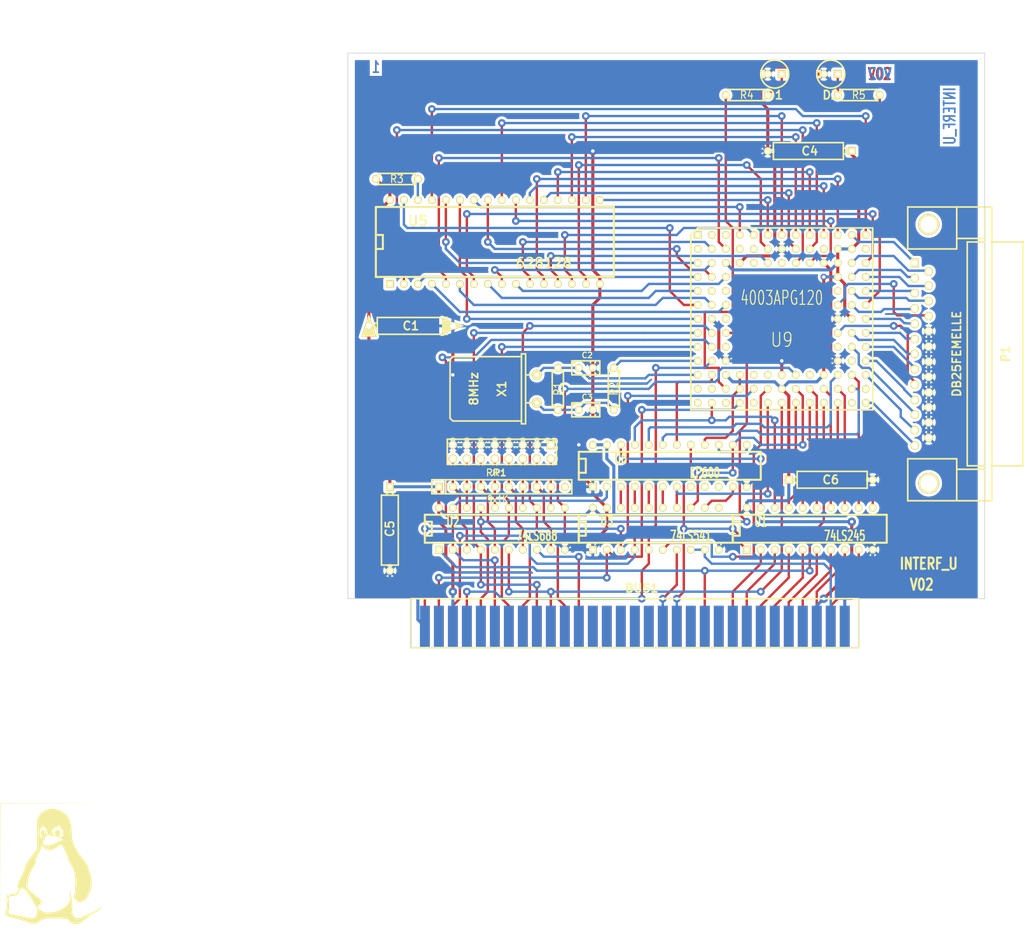
<source format=kicad_pcb>
(kicad_pcb (version 20221018) (generator pcbnew)
  (title_block (title "Demo") (rev "2.C") (company "Kicad"))
  (layers (0 "F.Cu" signal "Composant") (31 "B.Cu" signal "Cuivre") (34 "B.Paste" user) (35 "F.Paste" user) (36 "B.SilkS" user) (37 "F.SilkS" user) (38 "B.Mask" user) (39 "F.Mask" user) (44 "Edge.Cuts" user))
  (net 0 "")
  (net 1 "/8MH-OUT")
  (net 2 "/ACK")
  (net 3 "/AUTOFD-")
  (net 4 "/BIT0")
  (net 5 "/BIT1")
  (net 6 "/BIT2")
  (net 7 "/BIT3")
  (net 8 "/BIT4")
  (net 9 "/BIT5")
  (net 10 "/BIT6")
  (net 11 "/BIT7")
  (net 12 "/BUST+")
  (net 13 "/CLKLCA")
  (net 14 "/CS1-")
  (net 15 "/D0")
  (net 16 "/D1")
  (net 17 "/D2")
  (net 18 "/D3")
  (net 19 "/D4")
  (net 20 "/D5")
  (net 21 "/D6")
  (net 22 "/D7")
  (net 23 "/DIR")
  (net 24 "/DONE")
  (net 25 "/ENBBUF")
  (net 26 "/ERROR-")
  (net 27 "/INIT-")
  (net 28 "/LED1")
  (net 29 "/LED2")
  (net 30 "/MA0")
  (net 31 "/MA1")
  (net 32 "/MA10")
  (net 33 "/MA11")
  (net 34 "/MA12")
  (net 35 "/MA13")
  (net 36 "/MA14")
  (net 37 "/MA15")
  (net 38 "/MA16")
  (net 39 "/MA2")
  (net 40 "/MA3")
  (net 41 "/MA4")
  (net 42 "/MA5")
  (net 43 "/MA6")
  (net 44 "/MA7")
  (net 45 "/MA8")
  (net 46 "/MA9")
  (net 47 "/MATCHL")
  (net 48 "/MD0")
  (net 49 "/MD1")
  (net 50 "/MD2")
  (net 51 "/MD3")
  (net 52 "/MD4")
  (net 53 "/MD5")
  (net 54 "/MD6")
  (net 55 "/MD7")
  (net 56 "/OE-")
  (net 57 "/PC-A0")
  (net 58 "/PC-A1")
  (net 59 "/PC-A10")
  (net 60 "/PC-A11")
  (net 61 "/PC-A2")
  (net 62 "/PC-A3")
  (net 63 "/PC-A4")
  (net 64 "/PC-A5")
  (net 65 "/PC-A6")
  (net 66 "/PC-A7")
  (net 67 "/PC-A8")
  (net 68 "/PC-A9")
  (net 69 "/PC-AEN")
  (net 70 "/PC-DB0")
  (net 71 "/PC-DB1")
  (net 72 "/PC-DB2")
  (net 73 "/PC-DB3")
  (net 74 "/PC-DB4")
  (net 75 "/PC-DB5")
  (net 76 "/PC-DB6")
  (net 77 "/PC-DB7")
  (net 78 "/PC-IOR")
  (net 79 "/PC-IOW")
  (net 80 "/PC-RD")
  (net 81 "/PC-RST")
  (net 82 "/PC-WR")
  (net 83 "/PE+")
  (net 84 "/PROG-")
  (net 85 "/REF10")
  (net 86 "/REF11")
  (net 87 "/REF4")
  (net 88 "/REF5")
  (net 89 "/REF6")
  (net 90 "/REF7")
  (net 91 "/REF8")
  (net 92 "/REF9")
  (net 93 "/RSTL")
  (net 94 "/SEL_LPT")
  (net 95 "/SLCT+")
  (net 96 "/SLCTIN-")
  (net 97 "/STROBE")
  (net 98 "/WR-")
  (net 99 "/WR_REG")
  (net 100 "GND")
  (net 101 "N-000001")
  (net 102 "N-0000010")
  (net 103 "N-00000103")
  (net 104 "N-00000104")
  (net 105 "N-00000107")
  (net 106 "N-00000108")
  (net 107 "N-00000109")
  (net 108 "N-0000011")
  (net 109 "N-00000110")
  (net 110 "N-00000111")
  (net 111 "N-0000012")
  (net 112 "N-00000124")
  (net 113 "N-00000126")
  (net 114 "N-00000127")
  (net 115 "N-00000129")
  (net 116 "N-0000013")
  (net 117 "N-00000130")
  (net 118 "N-00000132")
  (net 119 "N-00000133")
  (net 120 "N-00000135")
  (net 121 "N-00000136")
  (net 122 "N-00000138")
  (net 123 "N-0000014")
  (net 124 "N-00000140")
  (net 125 "N-00000141")
  (net 126 "N-00000142")
  (net 127 "N-00000143")
  (net 128 "N-00000145")
  (net 129 "N-00000146")
  (net 130 "N-00000155")
  (net 131 "N-0000018")
  (net 132 "N-000002")
  (net 133 "N-0000024")
  (net 134 "N-0000025")
  (net 135 "N-0000026")
  (net 136 "N-0000027")
  (net 137 "N-0000028")
  (net 138 "N-0000029")
  (net 139 "N-000003")
  (net 140 "N-0000030")
  (net 141 "N-0000031")
  (net 142 "N-0000032")
  (net 143 "N-0000033")
  (net 144 "N-0000034")
  (net 145 "N-0000035")
  (net 146 "N-0000036")
  (net 147 "N-0000037")
  (net 148 "N-0000038")
  (net 149 "N-0000039")
  (net 150 "N-000004")
  (net 151 "N-0000040")
  (net 152 "N-0000041")
  (net 153 "N-0000042")
  (net 154 "N-0000043")
  (net 155 "N-0000044")
  (net 156 "N-0000045")
  (net 157 "N-0000046")
  (net 158 "N-0000047")
  (net 159 "N-0000048")
  (net 160 "N-0000049")
  (net 161 "N-000005")
  (net 162 "N-0000050")
  (net 163 "N-0000051")
  (net 164 "N-0000058")
  (net 165 "N-0000059")
  (net 166 "N-000006")
  (net 167 "N-0000060")
  (net 168 "N-0000062")
  (net 169 "N-000007")
  (net 170 "N-0000072")
  (net 171 "N-000008")
  (net 172 "N-000009")
  (net 173 "VCC")
  (footprint "BUS_PC" (layer "F.Cu") (at 131.445 138.43)
    (fp_text reference "BUS1")
    (fp_text value "BUSPC" hide)
  )
  (footprint "R3" (layer "F.Cu") (at 151.765 41.91 180)
    (fp_text reference "R4")
    (fp_text value "330" hide)
  )
  (footprint "R3" (layer "F.Cu") (at 172.085 41.91)
    (fp_text reference "R5")
    (fp_text value "330" hide)
  )
  (footprint "LEDV" (layer "F.Cu") (at 156.845 38.1 180)
    (fp_text reference "D1")
    (fp_text value "LED" hide)
  )
  (footprint "LEDV" (layer "F.Cu") (at 167.005 38.1 180)
    (fp_text reference "D2")
    (fp_text value "LED" hide)
  )
  (footprint "PGA120" (layer "F.Cu") (at 158.115 82.55 180)
    (fp_text reference "U9")
    (fp_text value "4003APG120")
  )
  (footprint "CP6" (layer "F.Cu") (at 167.005 111.76)
    (fp_text reference "C6")
    (fp_text value "47uF" hide)
  )
  (footprint "CP6" (layer "F.Cu") (at 86.995 120.65 -90)
    (fp_text reference "C5")
    (fp_text value "47uF" hide)
  )
  (footprint "CP6" (layer "F.Cu") (at 163.195 52.07 180)
    (fp_text reference "C4")
    (fp_text value "47uF" hide)
  )
  (footprint "CP6" (layer "F.Cu") (at 90.805 83.82)
    (fp_text reference "C1")
    (fp_text value "47uF" hide)
  )
  (footprint "R3" (layer "F.Cu") (at 117.475 95.25 90)
    (fp_text reference "R1")
    (fp_text value "100K" hide)
  )
  (footprint "R3" (layer "F.Cu") (at 127.635 95.25 -90)
    (fp_text reference "R2")
    (fp_text value "1K" hide)
  )
  (footprint "HC-18UH" (layer "F.Cu") (at 113.665 95.25 -90)
    (fp_text reference "X1")
    (fp_text value "8MHz")
  )
  (footprint "C1" (layer "F.Cu") (at 122.555 91.44)
    (fp_text reference "C2")
    (fp_text value "47pF" hide)
  )
  (footprint "C1" (layer "F.Cu") (at 122.555 99.06)
    (fp_text reference "C3")
    (fp_text value "47pF" hide)
  )
  (footprint "DIP-32__600" (layer "F.Cu") (at 106.045 68.58)
    (fp_text reference "U5")
    (fp_text value "628128")
  )
  (footprint "R3" (layer "F.Cu") (at 88.265 57.15 180)
    (fp_text reference "R3")
    (fp_text value "10K" hide)
  )
  (footprint "DB25FC" (layer "F.Cu") (at 183.515 88.9 -90)
    (fp_text reference "P1")
    (fp_text value "DB25FEMELLE")
  )
  (footprint "r_pack9" (layer "F.Cu") (at 107.315 113.03)
    (fp_text reference "RR1")
    (fp_text value "9x1K")
  )
  (footprint "pin_array_8x2" (layer "F.Cu") (at 107.315 106.68 180)
    (fp_text reference "JP1")
    (fp_text value "CONN_8X2" hide)
  )
  (footprint "" (layer "F.Cu") (at 25.9 181.9)
    (fp_text reference "G1" hide)
    (fp_text value "LOGO" hide)
  )
  (footprint "DIP-20__300" (layer "F.Cu") (at 163.195 120.65)
    (fp_text reference "U1")
    (fp_text value "74LS245")
  )
  (footprint "DIP-20__300" (layer "F.Cu") (at 107.315 120.65)
    (fp_text reference "U2")
    (fp_text value "74LS688")
  )
  (footprint "DIP-20__300" (layer "F.Cu") (at 135.255 120.65)
    (fp_text reference "U3")
    (fp_text value "74LS541")
  )
  (footprint "DIP-24__300" (layer "F.Cu") (at 137.795 109.22)
    (fp_text reference "U8")
    (fp_text value "EP600")
  )
  (gr_line (start 90.805 140.97) (end 90.805 142.24) (stroke (width 0.127)) (layer "Edge.Cuts"))
  (gr_line (start 172.085 133.35) (end 194.945 133.35) (stroke (width 0.127)) (layer "Edge.Cuts"))
  (gr_line (start 90.805 133.35) (end 79.375 133.35) (stroke (width 0.127)) (layer "Edge.Cuts"))
  (gr_line (start 194.945 133.35) (end 194.945 34.29) (stroke (width 0.127)) (layer "Edge.Cuts"))
  (gr_line (start 79.375 133.35) (end 79.375 34.29) (stroke (width 0.127)) (layer "Edge.Cuts"))
  (gr_line (start 90.805 142.24) (end 172.085 142.24) (stroke (width 0.127)) (layer "Edge.Cuts"))
  (gr_line (start 90.805 133.35) (end 90.805 140.97) (stroke (width 0.127)) (layer "Edge.Cuts"))
  (gr_line (start 172.085 142.24) (end 172.085 133.35) (stroke (width 0.127)) (layer "Edge.Cuts"))
  (gr_line (start 79.375 34.29) (end 194.945 34.29) (stroke (width 0.127)) (layer "Edge.Cuts"))
  (gr_text "INTERF_U" (at 183.515 45.72 90) (layer "F.Cu") (effects (font (size 2.032 1.524) (thickness 0.3048))))
  (gr_text "2" (at 81.915 39.37) (layer "F.Cu") (effects (font (size 2.032 1.524) (thickness 0.3048))))
  (gr_text "V02" (at 175.895 38.1) (layer "F.Cu") (effects (font (size 2.032 1.524) (thickness 0.381))))
  (gr_text "INTERF_U" (at 188.595 45.72 90) (layer "B.Cu") (effects (font (size 2.032 1.524) (thickness 0.3048)) (justify mirror)))
  (gr_text "V02" (at 175.895 38.1) (layer "B.Cu") (effects (font (size 2.032 1.524) (thickness 0.381)) (justify mirror)))
  (gr_text "1" (at 84.455 36.83) (layer "B.Cu") (effects (font (size 2.032 1.524) (thickness 0.3048)) (justify mirror)))
  (gr_text "INTERF_U" (at 184.785 127) (layer "F.SilkS") (effects (font (size 2.032 1.524) (thickness 0.381))))
  (gr_text "V02" (at 183.515 130.81) (layer "F.SilkS") (effects (font (size 2.032 1.524) (thickness 0.381))))
  (segment (start 128.905 90.17) (end 142.875 90.17) (width 0.4318) (layer "B.Cu") (net 1))
  (segment (start 127.635 91.44) (end 128.905 90.17) (width 0.4318) (layer "B.Cu") (net 1))
  (segment (start 182.245 97.282) (end 180.34 95.377) (width 0.4318) (layer "B.Cu") (net 2))
  (segment (start 180.34 95.25) (end 180.34 95.377) (width 0.4318) (layer "B.Cu") (net 2))
  (segment (start 180.34 95.25) (end 175.26 90.17) (width 0.4318) (layer "B.Cu") (net 2))
  (segment (start 173.355 90.17) (end 175.26 90.17) (width 0.4318) (layer "B.Cu") (net 2))
  (segment (start 181.102 73.787) (end 184.785 73.787) (width 0.4318) (layer "B.Cu") (net 3))
  (segment (start 172.085 71.12) (end 178.435 71.12) (width 0.4318) (layer "B.Cu") (net 3))
  (segment (start 184.785 73.787) (end 184.785 73.9648) (width 0.4318) (layer "B.Cu") (net 3))
  (segment (start 170.815 72.39) (end 172.085 71.12) (width 0.4318) (layer "B.Cu") (net 3))
  (segment (start 178.435 71.12) (end 181.102 73.787) (width 0.4318) (layer "B.Cu") (net 3))
  (segment (start 179.705 73.66) (end 180.975 74.93) (width 0.4318) (layer "B.Cu") (net 4))
  (segment (start 172.085 73.66) (end 179.705 73.66) (width 0.4318) (layer "B.Cu") (net 4))
  (segment (start 170.815 74.93) (end 172.085 73.66) (width 0.4318) (layer "B.Cu") (net 4))
  (segment (start 180.975 74.93) (end 182.245 74.93) (width 0.4318) (layer "B.Cu") (net 4))
  (segment (start 182.245 74.93) (end 182.245 75.184) (width 0.4318) (layer "B.Cu") (net 4))
  (segment (start 182.245 77.47) (end 182.245 77.851) (width 0.4318) (layer "B.Cu") (net 5))
  (segment (start 173.355 77.47) (end 182.245 77.47) (width 0.4318) (layer "B.Cu") (net 5))
  (segment (start 170.815 80.01) (end 172.085 81.28) (width 0.4318) (layer "B.Cu") (net 6))
  (segment (start 182.245 80.772) (end 182.245 80.645) (width 0.4318) (layer "B.Cu") (net 6))
  (segment (start 176.657 80.772) (end 182.245 80.772) (width 0.4318) (layer "B.Cu") (net 6))
  (segment (start 172.085 81.28) (end 176.149 81.28) (width 0.4318) (layer "B.Cu") (net 6))
  (segment (start 176.149 81.28) (end 176.657 80.772) (width 0.4318) (layer "B.Cu") (net 6))
  (segment (start 173.355 82.55) (end 179.578 82.55) (width 0.4318) (layer "B.Cu") (net 7))
  (segment (start 180.34 83.312) (end 182.245 83.439) (width 0.4318) (layer "B.Cu") (net 7))
  (segment (start 179.578 82.55) (end 180.34 83.312) (width 0.4318) (layer "B.Cu") (net 7))
  (segment (start 179.578 85.09) (end 180.594 86.106) (width 0.4318) (layer "B.Cu") (net 8))
  (segment (start 173.355 85.09) (end 179.578 85.09) (width 0.4318) (layer "B.Cu") (net 8))
  (segment (start 180.594 86.106) (end 182.245 86.106) (width 0.4318) (layer "B.Cu") (net 8))
  (segment (start 182.245 86.106) (end 182.245 86.233) (width 0.4318) (layer "B.Cu") (net 8))
  (segment (start 170.815 85.09) (end 172.085 86.36) (width 0.4318) (layer "B.Cu") (net 9))
  (segment (start 180.975 88.9) (end 182.245 88.9) (width 0.4318) (layer "B.Cu") (net 9))
  (segment (start 178.435 86.36) (end 180.975 88.9) (width 0.4318) (layer "B.Cu") (net 9))
  (segment (start 172.085 86.36) (end 178.435 86.36) (width 0.4318) (layer "B.Cu") (net 9))
  (segment (start 173.355 87.63) (end 178.435 87.63) (width 0.4318) (layer "B.Cu") (net 10))
  (segment (start 178.435 87.63) (end 182.245 91.44) (width 0.4318) (layer "B.Cu") (net 10))
  (segment (start 182.245 91.44) (end 182.245 91.694) (width 0.4318) (layer "B.Cu") (net 10))
  (segment (start 180.975 85.09) (end 180.975 92.71) (width 0.4318) (layer "F.Cu") (net 11))
  (segment (start 180.975 92.71) (end 182.245 93.98) (width 0.4318) (layer "F.Cu") (net 11))
  (segment (start 182.245 93.98) (end 182.245 94.488) (width 0.4318) (layer "F.Cu") (net 11))
  (segment (start 179.705 83.82) (end 180.975 85.09) (width 0.4318) (layer "F.Cu") (net 11))
  (segment (start 178.435 83.82) (end 179.705 83.82) (width 0.4318) (layer "F.Cu") (net 11))
  (via (at 178.435 83.82) (size 1.397) (drill 0.635) (layers "F.Cu" "B.Cu") (net 11))
  (segment (start 169.545 83.82) (end 178.435 83.82) (width 0.4318) (layer "B.Cu") (net 11))
  (segment (start 168.275 85.09) (end 169.545 83.82) (width 0.4318) (layer "B.Cu") (net 11))
  (segment (start 182.245 99.695) (end 182.245 99.949) (width 0.4318) (layer "B.Cu") (net 12))
  (segment (start 173.99 91.44) (end 182.245 99.695) (width 0.4318) (layer "B.Cu") (net 12))
  (segment (start 172.72 91.44) (end 173.99 91.44) (width 0.4318) (layer "B.Cu") (net 12))
  (segment (start 172.085 90.805) (end 172.72 91.44) (width 0.4318) (layer "B.Cu") (net 12))
  (segment (start 170.815 87.63) (end 172.085 88.9) (width 0.4318) (layer "B.Cu") (net 12))
  (segment (start 172.085 88.9) (end 172.085 90.805) (width 0.4318) (layer "B.Cu") (net 12))
  (segment (start 150.495 95.25) (end 149.225 96.52) (width 0.4318) (layer "F.Cu") (net 13))
  (segment (start 144.145 104.4575) (end 144.145 105.41) (width 0.4318) (layer "F.Cu") (net 13))
  (segment (start 149.225 102.87) (end 147.955 104.14) (width 0.4318) (layer "F.Cu") (net 13))
  (segment (start 144.4625 104.14) (end 144.145 104.4575) (width 0.4318) (layer "F.Cu") (net 13))
  (segment (start 150.495 92.71) (end 150.495 95.25) (width 0.4318) (layer "F.Cu") (net 13))
  (segment (start 147.955 104.14) (end 144.4625 104.14) (width 0.4318) (layer "F.Cu") (net 13))
  (segment (start 149.225 96.52) (end 149.225 102.87) (width 0.4318) (layer "F.Cu") (net 13))
  (segment (start 165.735 67.31) (end 165.735 58.42) (width 0.4318) (layer "F.Cu") (net 14))
  (via (at 165.735 58.42) (size 1.397) (drill 0.635) (layers "F.Cu" "B.Cu") (net 14))
  (segment (start 113.665 58.42) (end 112.395 59.69) (width 0.4318) (layer "B.Cu") (net 14))
  (segment (start 112.395 59.69) (end 112.395 60.96) (width 0.4318) (layer "B.Cu") (net 14))
  (segment (start 165.735 58.42) (end 113.665 58.42) (width 0.4318) (layer "B.Cu") (net 14))
  (segment (start 145.415 100.965) (end 145.415 97.79) (width 0.4318) (layer "F.Cu") (net 15))
  (segment (start 156.845 100.965) (end 156.845 116.84) (width 0.4318) (layer "F.Cu") (net 15))
  (via (at 156.845 100.965) (size 1.397) (drill 0.635) (layers "F.Cu" "B.Cu") (net 15))
  (via (at 145.415 100.965) (size 1.397) (drill 0.635) (layers "F.Cu" "B.Cu") (net 15))
  (segment (start 132.715 100.965) (end 145.415 100.965) (width 0.4318) (layer "B.Cu") (net 15))
  (segment (start 131.445 102.235) (end 132.715 100.965) (width 0.4318) (layer "B.Cu") (net 15))
  (segment (start 148.59 100.33) (end 156.21 100.33) (width 0.4318) (layer "B.Cu") (net 15))
  (segment (start 156.21 100.33) (end 156.845 100.965) (width 0.4318) (layer "B.Cu") (net 15))
  (segment (start 145.415 100.965) (end 147.955 100.965) (width 0.4318) (layer "B.Cu") (net 15))
  (segment (start 131.445 105.41) (end 131.445 102.235) (width 0.4318) (layer "B.Cu") (net 15))
  (segment (start 147.955 100.965) (end 148.59 100.33) (width 0.4318) (layer "B.Cu") (net 15))
  (segment (start 159.385 116.84) (end 159.385 115.57) (width 0.4318) (layer "F.Cu") (net 16))
  (segment (start 161.29 107.315) (end 160.655 106.68) (width 0.4318) (layer "F.Cu") (net 16))
  (segment (start 160.655 106.68) (end 160.655 97.79) (width 0.4318) (layer "F.Cu") (net 16))
  (segment (start 161.29 113.665) (end 161.29 107.315) (width 0.4318) (layer "F.Cu") (net 16))
  (segment (start 159.385 115.57) (end 161.29 113.665) (width 0.4318) (layer "F.Cu") (net 16))
  (segment (start 161.925 115.57) (end 161.925 116.84) (width 0.4318) (layer "F.Cu") (net 17))
  (segment (start 163.195 114.3) (end 161.925 115.57) (width 0.4318) (layer "F.Cu") (net 17))
  (segment (start 163.195 97.79) (end 163.195 114.3) (width 0.4318) (layer "F.Cu") (net 17))
  (segment (start 163.195 95.25) (end 164.465 96.52) (width 0.4318) (layer "F.Cu") (net 18))
  (segment (start 164.465 96.52) (end 164.465 116.84) (width 0.4318) (layer "F.Cu") (net 18))
  (segment (start 167.005 96.52) (end 167.005 116.84) (width 0.4318) (layer "F.Cu") (net 19))
  (segment (start 165.735 95.25) (end 167.005 96.52) (width 0.4318) (layer "F.Cu") (net 19))
  (segment (start 169.545 113.665) (end 169.545 116.84) (width 0.4318) (layer "F.Cu") (net 20))
  (segment (start 168.275 97.79) (end 168.275 112.395) (width 0.4318) (layer "F.Cu") (net 20))
  (segment (start 168.275 112.395) (end 169.545 113.665) (width 0.4318) (layer "F.Cu") (net 20))
  (segment (start 168.275 95.25) (end 169.545 96.52) (width 0.4318) (layer "F.Cu") (net 21))
  (segment (start 169.545 111.76) (end 172.085 114.3) (width 0.4318) (layer "F.Cu") (net 21))
  (segment (start 172.085 114.3) (end 172.085 116.84) (width 0.4318) (layer "F.Cu") (net 21))
  (segment (start 169.545 96.52) (end 169.545 111.76) (width 0.4318) (layer "F.Cu") (net 21))
  (segment (start 172.085 93.98) (end 172.085 112.395) (width 0.4318) (layer "F.Cu") (net 22))
  (segment (start 172.085 112.395) (end 174.625 114.935) (width 0.4318) (layer "F.Cu") (net 22))
  (segment (start 174.625 114.935) (end 174.625 116.84) (width 0.4318) (layer "F.Cu") (net 22))
  (segment (start 170.815 92.71) (end 172.085 93.98) (width 0.4318) (layer "F.Cu") (net 22))
  (segment (start 141.605 109.22) (end 140.335 110.49) (width 0.4318) (layer "F.Cu") (net 23))
  (segment (start 150.495 123.19) (end 151.765 124.46) (width 0.4318) (layer "F.Cu") (net 23))
  (segment (start 150.495 121.92) (end 150.495 123.19) (width 0.4318) (layer "F.Cu") (net 23))
  (segment (start 140.335 110.49) (end 140.335 120.65) (width 0.4318) (layer "F.Cu") (net 23))
  (segment (start 149.225 120.65) (end 150.495 121.92) (width 0.4318) (layer "F.Cu") (net 23))
  (segment (start 141.605 105.41) (end 141.605 109.22) (width 0.4318) (layer "F.Cu") (net 23))
  (via (at 149.225 120.65) (size 1.397) (drill 0.635) (layers "F.Cu" "B.Cu") (net 23))
  (via (at 140.335 120.65) (size 1.397) (drill 0.635) (layers "F.Cu" "B.Cu") (net 23))
  (segment (start 140.335 120.65) (end 149.225 120.65) (width 0.4318) (layer "B.Cu") (net 23))
  (segment (start 149.225 102.235) (end 149.86 101.6) (width 0.4318) (layer "B.Cu") (net 24))
  (segment (start 166.37 102.235) (end 167.005 101.6) (width 0.4318) (layer "B.Cu") (net 24))
  (segment (start 133.985 105.41) (end 133.985 102.5525) (width 0.4318) (layer "B.Cu") (net 24))
  (segment (start 154.94 102.235) (end 166.37 102.235) (width 0.4318) (layer "B.Cu") (net 24))
  (segment (start 167.005 101.6) (end 167.005 93.98) (width 0.4318) (layer "B.Cu") (net 24))
  (segment (start 134.3025 102.235) (end 149.225 102.235) (width 0.4318) (layer "B.Cu") (net 24))
  (segment (start 154.305 101.6) (end 154.94 102.235) (width 0.4318) (layer "B.Cu") (net 24))
  (segment (start 133.985 102.5525) (end 134.3025 102.235) (width 0.4318) (layer "B.Cu") (net 24))
  (segment (start 167.005 93.98) (end 168.275 92.71) (width 0.4318) (layer "B.Cu") (net 24))
  (segment (start 149.86 101.6) (end 154.305 101.6) (width 0.4318) (layer "B.Cu") (net 24))
  (segment (start 154.305 107.95) (end 154.305 116.84) (width 0.4318) (layer "F.Cu") (net 25))
  (segment (start 128.905 105.41) (end 128.905 107.95) (width 0.4318) (layer "F.Cu") (net 25))
  (via (at 154.305 107.95) (size 1.397) (drill 0.635) (layers "F.Cu" "B.Cu") (net 25))
  (via (at 128.905 107.95) (size 1.397) (drill 0.635) (layers "F.Cu" "B.Cu") (net 25))
  (segment (start 128.905 107.95) (end 154.305 107.95) (width 0.4318) (layer "B.Cu") (net 25))
  (segment (start 179.451 74.93) (end 181.102 76.581) (width 0.4318) (layer "B.Cu") (net 26))
  (segment (start 173.355 74.93) (end 179.451 74.93) (width 0.4318) (layer "B.Cu") (net 26))
  (segment (start 184.785 76.5048) (end 184.785 76.581) (width 0.4318) (layer "B.Cu") (net 26))
  (segment (start 181.102 76.581) (end 184.785 76.581) (width 0.4318) (layer "B.Cu") (net 26))
  (segment (start 170.815 77.47) (end 172.085 78.74) (width 0.4318) (layer "B.Cu") (net 27))
  (segment (start 172.085 78.74) (end 180.721 78.74) (width 0.4318) (layer "B.Cu") (net 27))
  (segment (start 184.785 79.248) (end 184.785 79.2988) (width 0.4318) (layer "B.Cu") (net 27))
  (segment (start 180.721 78.74) (end 181.229 79.248) (width 0.4318) (layer "B.Cu") (net 27))
  (segment (start 181.229 79.248) (end 184.785 79.248) (width 0.4318) (layer "B.Cu") (net 27))
  (segment (start 144.145 91.44) (end 144.145 81.28) (width 0.4318) (layer "F.Cu") (net 28))
  (segment (start 147.955 95.25) (end 146.685 93.98) (width 0.4318) (layer "F.Cu") (net 28))
  (segment (start 144.145 81.28) (end 149.225 81.28) (width 0.4318) (layer "F.Cu") (net 28))
  (segment (start 149.225 66.04) (end 147.955 64.77) (width 0.4318) (layer "F.Cu") (net 28))
  (segment (start 146.685 93.98) (end 146.685 91.44) (width 0.4318) (layer "F.Cu") (net 28))
  (segment (start 146.685 91.44) (end 144.145 91.44) (width 0.4318) (layer "F.Cu") (net 28))
  (segment (start 147.955 64.77) (end 147.955 41.91) (width 0.4318) (layer "F.Cu") (net 28))
  (segment (start 149.225 81.28) (end 149.225 66.04) (width 0.4318) (layer "F.Cu") (net 28))
  (segment (start 173.355 80.01) (end 175.895 77.47) (width 0.4318) (layer "F.Cu") (net 29))
  (segment (start 175.895 77.47) (end 175.895 41.91) (width 0.4318) (layer "F.Cu") (net 29))
  (segment (start 113.665 57.15) (end 113.665 73.66) (width 0.4318) (layer "F.Cu") (net 30))
  (segment (start 114.935 74.93) (end 113.665 73.66) (width 0.4318) (layer "F.Cu") (net 30))
  (segment (start 168.275 67.31) (end 168.275 57.15) (width 0.4318) (layer "F.Cu") (net 30))
  (segment (start 114.935 76.2) (end 114.935 74.93) (width 0.4318) (layer "F.Cu") (net 30))
  (via (at 113.665 57.15) (size 1.397) (drill 0.635) (layers "F.Cu" "B.Cu") (net 30))
  (via (at 168.275 57.15) (size 1.397) (drill 0.635) (layers "F.Cu" "B.Cu") (net 30))
  (segment (start 168.275 57.15) (end 113.665 57.15) (width 0.4318) (layer "B.Cu") (net 30))
  (segment (start 112.395 76.2) (end 112.395 74.93) (width 0.4318) (layer "F.Cu") (net 31))
  (segment (start 112.395 74.93) (end 111.125 73.66) (width 0.4318) (layer "F.Cu") (net 31))
  (segment (start 111.125 73.66) (end 111.125 68.58) (width 0.4318) (layer "F.Cu") (net 31))
  (via (at 111.125 68.58) (size 1.397) (drill 0.635) (layers "F.Cu" "B.Cu") (net 31))
  (segment (start 144.145 68.58) (end 111.125 68.58) (width 0.4318) (layer "B.Cu") (net 31))
  (segment (start 145.415 69.85) (end 144.145 68.58) (width 0.4318) (layer "B.Cu") (net 31))
  (segment (start 163.195 72.39) (end 164.465 71.12) (width 0.4318) (layer "F.Cu") (net 32))
  (segment (start 164.465 71.12) (end 167.005 71.12) (width 0.4318) (layer "F.Cu") (net 32))
  (segment (start 109.855 64.77) (end 109.855 60.96) (width 0.4318) (layer "F.Cu") (net 32))
  (segment (start 167.005 71.12) (end 167.005 64.77) (width 0.4318) (layer "F.Cu") (net 32))
  (via (at 167.005 64.77) (size 1.397) (drill 0.635) (layers "F.Cu" "B.Cu") (net 32))
  (via (at 109.855 64.77) (size 1.397) (drill 0.635) (layers "F.Cu" "B.Cu") (net 32))
  (segment (start 167.005 64.77) (end 109.855 64.77) (width 0.4318) (layer "B.Cu") (net 32))
  (segment (start 139.065 71.12) (end 139.065 69.85) (width 0.4318) (layer "F.Cu") (net 33))
  (segment (start 104.775 68.58) (end 104.775 60.96) (width 0.4318) (layer "F.Cu") (net 33))
  (segment (start 144.145 73.66) (end 141.605 73.66) (width 0.4318) (layer "F.Cu") (net 33))
  (segment (start 145.415 74.93) (end 144.145 73.66) (width 0.4318) (layer "F.Cu") (net 33))
  (segment (start 141.605 73.66) (end 139.065 71.12) (width 0.4318) (layer "F.Cu") (net 33))
  (via (at 139.065 69.85) (size 1.397) (drill 0.635) (layers "F.Cu" "B.Cu") (net 33))
  (via (at 104.775 68.58) (size 1.397) (drill 0.635) (layers "F.Cu" "B.Cu") (net 33))
  (segment (start 106.045 69.85) (end 104.775 68.58) (width 0.4318) (layer "B.Cu") (net 33))
  (segment (start 139.065 69.85) (end 106.045 69.85) (width 0.4318) (layer "B.Cu") (net 33))
  (segment (start 147.955 80.01) (end 146.685 81.28) (width 0.4318) (layer "B.Cu") (net 34))
  (segment (start 94.615 76.2) (end 94.615 76.2) (width 0.4318) (layer "B.Cu") (net 34))
  (segment (start 99.695 81.28) (end 94.615 76.2) (width 0.4318) (layer "B.Cu") (net 34))
  (segment (start 146.685 81.28) (end 99.695 81.28) (width 0.4318) (layer "B.Cu") (net 34))
  (segment (start 97.155 68.58) (end 97.155 60.96) (width 0.4318) (layer "F.Cu") (net 35))
  (via (at 97.155 68.58) (size 1.397) (drill 0.635) (layers "F.Cu" "B.Cu") (net 35))
  (segment (start 99.695 72.39) (end 97.155 69.85) (width 0.4318) (layer "B.Cu") (net 35))
  (segment (start 142.875 72.39) (end 99.695 72.39) (width 0.4318) (layer "B.Cu") (net 35))
  (segment (start 97.155 69.85) (end 97.155 68.58) (width 0.4318) (layer "B.Cu") (net 35))
  (segment (start 93.345 74.93) (end 92.075 76.2) (width 0.4318) (layer "B.Cu") (net 36))
  (segment (start 142.875 74.93) (end 93.345 74.93) (width 0.4318) (layer "B.Cu") (net 36))
  (segment (start 137.795 66.04) (end 137.795 77.47) (width 0.4318) (layer "F.Cu") (net 37))
  (segment (start 140.335 80.01) (end 142.875 80.01) (width 0.4318) (layer "F.Cu") (net 37))
  (segment (start 137.795 77.47) (end 140.335 80.01) (width 0.4318) (layer "F.Cu") (net 37))
  (via (at 137.795 66.04) (size 1.397) (drill 0.635) (layers "F.Cu" "B.Cu") (net 37))
  (segment (start 90.17 66.04) (end 89.535 65.405) (width 0.4318) (layer "B.Cu") (net 37))
  (segment (start 137.795 66.04) (end 90.17 66.04) (width 0.4318) (layer "B.Cu") (net 37))
  (segment (start 89.535 60.96) (end 89.535 65.405) (width 0.4318) (layer "B.Cu") (net 37))
  (segment (start 161.925 48.26) (end 161.925 71.12) (width 0.4318) (layer "F.Cu") (net 38))
  (segment (start 88.265 73.66) (end 89.535 74.93) (width 0.4318) (layer "F.Cu") (net 38))
  (segment (start 161.925 71.12) (end 160.655 72.39) (width 0.4318) (layer "F.Cu") (net 38))
  (segment (start 88.265 48.26) (end 88.265 73.66) (width 0.4318) (layer "F.Cu") (net 38))
  (segment (start 89.535 74.93) (end 89.535 76.2) (width 0.4318) (layer "F.Cu") (net 38))
  (via (at 88.265 48.26) (size 1.397) (drill 0.635) (layers "F.Cu" "B.Cu") (net 38))
  (via (at 161.925 48.26) (size 1.397) (drill 0.635) (layers "F.Cu" "B.Cu") (net 38))
  (segment (start 161.925 48.26) (end 88.265 48.26) (width 0.4318) (layer "B.Cu") (net 38))
  (segment (start 133.985 76.2) (end 132.715 77.47) (width 0.4318) (layer "B.Cu") (net 39))
  (segment (start 147.955 74.93) (end 146.685 76.2) (width 0.4318) (layer "B.Cu") (net 39))
  (segment (start 111.125 77.47) (end 109.855 76.2) (width 0.4318) (layer "B.Cu") (net 39))
  (segment (start 132.715 77.47) (end 111.125 77.47) (width 0.4318) (layer "B.Cu") (net 39))
  (segment (start 146.685 76.2) (end 133.985 76.2) (width 0.4318) (layer "B.Cu") (net 39))
  (segment (start 107.315 74.93) (end 106.045 73.66) (width 0.4318) (layer "F.Cu") (net 40))
  (segment (start 107.315 76.2) (end 107.315 74.93) (width 0.4318) (layer "F.Cu") (net 40))
  (via (at 106.045 73.66) (size 1.397) (drill 0.635) (layers "F.Cu" "B.Cu") (net 40))
  (segment (start 144.145 73.66) (end 106.045 73.66) (width 0.4318) (layer "B.Cu") (net 40))
  (segment (start 145.415 72.39) (end 144.145 73.66) (width 0.4318) (layer "B.Cu") (net 40))
  (segment (start 133.985 78.74) (end 107.315 78.74) (width 0.4318) (layer "B.Cu") (net 41))
  (segment (start 107.315 78.74) (end 104.775 76.2) (width 0.4318) (layer "B.Cu") (net 41))
  (segment (start 135.255 77.47) (end 133.985 78.74) (width 0.4318) (layer "B.Cu") (net 41))
  (segment (start 142.875 77.47) (end 135.255 77.47) (width 0.4318) (layer "B.Cu") (net 41))
  (segment (start 174.625 71.12) (end 173.355 72.39) (width 0.4318) (layer "F.Cu") (net 42))
  (segment (start 102.235 76.2) (end 102.235 74.93) (width 0.4318) (layer "F.Cu") (net 42))
  (segment (start 174.625 63.5) (end 174.625 71.12) (width 0.4318) (layer "F.Cu") (net 42))
  (segment (start 102.235 74.93) (end 100.965 73.66) (width 0.4318) (layer "F.Cu") (net 42))
  (segment (start 100.965 73.66) (end 100.965 63.5) (width 0.4318) (layer "F.Cu") (net 42))
  (via (at 174.625 63.5) (size 1.397) (drill 0.635) (layers "F.Cu" "B.Cu") (net 42))
  (via (at 100.965 63.5) (size 1.397) (drill 0.635) (layers "F.Cu" "B.Cu") (net 42))
  (segment (start 100.965 63.5) (end 174.625 63.5) (width 0.4318) (layer "B.Cu") (net 42))
  (segment (start 102.235 80.01) (end 99.695 77.47) (width 0.4318) (layer "B.Cu") (net 43))
  (segment (start 135.255 80.01) (end 102.235 80.01) (width 0.4318) (layer "B.Cu") (net 43))
  (segment (start 144.145 78.74) (end 136.525 78.74) (width 0.4318) (layer "B.Cu") (net 43))
  (segment (start 99.695 77.47) (end 99.695 76.2) (width 0.4318) (layer "B.Cu") (net 43))
  (segment (start 136.525 78.74) (end 135.255 80.01) (width 0.4318) (layer "B.Cu") (net 43))
  (segment (start 145.415 80.01) (end 144.145 78.74) (width 0.4318) (layer "B.Cu") (net 43))
  (segment (start 97.155 76.2) (end 97.155 74.93) (width 0.4318) (layer "F.Cu") (net 44))
  (segment (start 147.955 69.85) (end 146.685 68.58) (width 0.4318) (layer "F.Cu") (net 44))
  (segment (start 95.885 53.34) (end 95.885 73.66) (width 0.4318) (layer "F.Cu") (net 44))
  (segment (start 97.155 74.93) (end 95.885 73.66) (width 0.4318) (layer "F.Cu") (net 44))
  (segment (start 146.685 68.58) (end 146.685 53.34) (width 0.4318) (layer "F.Cu") (net 44))
  (via (at 146.685 53.34) (size 1.397) (drill 0.635) (layers "F.Cu" "B.Cu") (net 44))
  (via (at 95.885 53.34) (size 1.397) (drill 0.635) (layers "F.Cu" "B.Cu") (net 44))
  (segment (start 146.685 53.34) (end 95.885 53.34) (width 0.4318) (layer "B.Cu") (net 44))
  (segment (start 100.965 82.55) (end 100.965 74.93) (width 0.4318) (layer "F.Cu") (net 45))
  (segment (start 100.965 74.93) (end 99.695 73.66) (width 0.4318) (layer "F.Cu") (net 45))
  (segment (start 99.695 73.66) (end 99.695 60.96) (width 0.4318) (layer "F.Cu") (net 45))
  (via (at 100.965 82.55) (size 1.397) (drill 0.635) (layers "F.Cu" "B.Cu") (net 45))
  (segment (start 142.875 82.55) (end 100.965 82.55) (width 0.4318) (layer "B.Cu") (net 45))
  (segment (start 150.495 67.31) (end 150.495 62.23) (width 0.4318) (layer "F.Cu") (net 46))
  (via (at 150.495 62.23) (size 1.397) (drill 0.635) (layers "F.Cu" "B.Cu") (net 46))
  (segment (start 103.505 62.23) (end 102.235 60.96) (width 0.4318) (layer "B.Cu") (net 46))
  (segment (start 150.495 62.23) (end 103.505 62.23) (width 0.4318) (layer "B.Cu") (net 46))
  (segment (start 125.73 115.57) (end 126.365 114.935) (width 0.4318) (layer "B.Cu") (net 47))
  (segment (start 99.695 115.57) (end 125.73 115.57) (width 0.4318) (layer "B.Cu") (net 47))
  (segment (start 98.425 116.84) (end 99.695 115.57) (width 0.4318) (layer "B.Cu") (net 47))
  (segment (start 126.365 114.935) (end 126.365 113.03) (width 0.4318) (layer "B.Cu") (net 47))
  (segment (start 117.475 76.2) (end 117.475 74.93) (width 0.4318) (layer "F.Cu") (net 48))
  (segment (start 116.205 73.66) (end 116.205 71.12) (width 0.4318) (layer "F.Cu") (net 48))
  (segment (start 117.475 74.93) (end 116.205 73.66) (width 0.4318) (layer "F.Cu") (net 48))
  (via (at 116.205 71.12) (size 1.397) (drill 0.635) (layers "F.Cu" "B.Cu") (net 48))
  (segment (start 154.305 71.12) (end 116.205 71.12) (width 0.4318) (layer "B.Cu") (net 48))
  (segment (start 155.575 72.39) (end 154.305 71.12) (width 0.4318) (layer "B.Cu") (net 48))
  (segment (start 120.015 76.2) (end 120.015 74.93) (width 0.4318) (layer "F.Cu") (net 49))
  (segment (start 118.745 67.31) (end 118.745 73.66) (width 0.4318) (layer "F.Cu") (net 49))
  (segment (start 120.015 74.93) (end 118.745 73.66) (width 0.4318) (layer "F.Cu") (net 49))
  (via (at 118.745 67.31) (size 1.397) (drill 0.635) (layers "F.Cu" "B.Cu") (net 49))
  (segment (start 153.035 67.31) (end 151.765 66.04) (width 0.4318) (layer "B.Cu") (net 49))
  (segment (start 140.335 66.04) (end 139.065 67.31) (width 0.4318) (layer "B.Cu") (net 49))
  (segment (start 151.765 66.04) (end 140.335 66.04) (width 0.4318) (layer "B.Cu") (net 49))
  (segment (start 139.065 67.31) (end 118.745 67.31) (width 0.4318) (layer "B.Cu") (net 49))
  (segment (start 154.305 57.15) (end 151.765 54.61) (width 0.4318) (layer "F.Cu") (net 50))
  (segment (start 121.285 73.66) (end 121.285 54.61) (width 0.4318) (layer "F.Cu") (net 50))
  (segment (start 122.555 74.93) (end 121.285 73.66) (width 0.4318) (layer "F.Cu") (net 50))
  (segment (start 154.305 68.58) (end 154.305 57.15) (width 0.4318) (layer "F.Cu") (net 50))
  (segment (start 155.575 69.85) (end 154.305 68.58) (width 0.4318) (layer "F.Cu") (net 50))
  (segment (start 122.555 76.2) (end 122.555 74.93) (width 0.4318) (layer "F.Cu") (net 50))
  (via (at 151.765 54.61) (size 1.397) (drill 0.635) (layers "F.Cu" "B.Cu") (net 50))
  (via (at 121.285 54.61) (size 1.397) (drill 0.635) (layers "F.Cu" "B.Cu") (net 50))
  (segment (start 121.285 54.61) (end 151.765 54.61) (width 0.4318) (layer "B.Cu") (net 50))
  (segment (start 155.575 67.31) (end 155.575 60.96) (width 0.4318) (layer "F.Cu") (net 51))
  (via (at 155.575 60.96) (size 1.397) (drill 0.635) (layers "F.Cu" "B.Cu") (net 51))
  (segment (start 155.575 60.96) (end 125.095 60.96) (width 0.4318) (layer "B.Cu") (net 51))
  (segment (start 122.555 60.96) (end 122.555 45.72) (width 0.4318) (layer "F.Cu") (net 52))
  (segment (start 158.115 67.31) (end 158.115 45.72) (width 0.4318) (layer "F.Cu") (net 52))
  (via (at 158.115 45.72) (size 1.397) (drill 0.635) (layers "F.Cu" "B.Cu") (net 52))
  (via (at 122.555 45.72) (size 1.397) (drill 0.635) (layers "F.Cu" "B.Cu") (net 52))
  (segment (start 158.115 45.72) (end 122.555 45.72) (width 0.4318) (layer "B.Cu") (net 52))
  (segment (start 120.015 60.96) (end 120.015 49.53) (width 0.4318) (layer "F.Cu") (net 53))
  (segment (start 160.655 67.31) (end 160.655 49.53) (width 0.4318) (layer "F.Cu") (net 53))
  (via (at 120.015 49.53) (size 1.397) (drill 0.635) (layers "F.Cu" "B.Cu") (net 53))
  (via (at 160.655 49.53) (size 1.397) (drill 0.635) (layers "F.Cu" "B.Cu") (net 53))
  (segment (start 120.015 49.53) (end 160.655 49.53) (width 0.4318) (layer "B.Cu") (net 53))
  (segment (start 163.195 67.31) (end 163.195 55.88) (width 0.4318) (layer "F.Cu") (net 54))
  (segment (start 117.475 60.96) (end 117.475 55.88) (width 0.4318) (layer "F.Cu") (net 54))
  (via (at 117.475 55.88) (size 1.397) (drill 0.635) (layers "F.Cu" "B.Cu") (net 54))
  (via (at 163.195 55.88) (size 1.397) (drill 0.635) (layers "F.Cu" "B.Cu") (net 54))
  (segment (start 117.475 55.88) (end 163.195 55.88) (width 0.4318) (layer "B.Cu") (net 54))
  (segment (start 159.385 68.58) (end 159.385 59.69) (width 0.4318) (layer "F.Cu") (net 55))
  (segment (start 160.655 69.85) (end 159.385 68.58) (width 0.4318) (layer "F.Cu") (net 55))
  (via (at 159.385 59.69) (size 1.397) (drill 0.635) (layers "F.Cu" "B.Cu") (net 55))
  (segment (start 159.385 59.69) (end 116.205 59.69) (width 0.4318) (layer "B.Cu") (net 55))
  (segment (start 116.205 59.69) (end 114.935 60.96) (width 0.4318) (layer "B.Cu") (net 55))
  (segment (start 163.195 69.85) (end 164.465 68.58) (width 0.4318) (layer "F.Cu") (net 56))
  (segment (start 164.465 68.58) (end 164.465 46.99) (width 0.4318) (layer "F.Cu") (net 56))
  (segment (start 107.315 46.99) (end 107.315 60.96) (width 0.4318) (layer "F.Cu") (net 56))
  (via (at 107.315 46.99) (size 1.397) (drill 0.635) (layers "F.Cu" "B.Cu") (net 56))
  (via (at 164.465 46.99) (size 1.397) (drill 0.635) (layers "F.Cu" "B.Cu") (net 56))
  (segment (start 164.465 46.99) (end 107.315 46.99) (width 0.4318) (layer "B.Cu") (net 56))
  (segment (start 154.305 96.52) (end 154.305 105.41) (width 0.4318) (layer "F.Cu") (net 57))
  (segment (start 128.905 124.46) (end 128.905 120.65) (width 0.4318) (layer "F.Cu") (net 57))
  (segment (start 154.305 105.41) (end 153.035 106.68) (width 0.4318) (layer "F.Cu") (net 57))
  (segment (start 153.035 106.68) (end 153.035 125.73) (width 0.4318) (layer "F.Cu") (net 57))
  (segment (start 93.345 120.65) (end 93.345 138.43) (width 0.4318) (layer "F.Cu") (net 57))
  (segment (start 153.035 125.73) (end 149.225 125.73) (width 0.4318) (layer "F.Cu") (net 57))
  (segment (start 155.575 95.25) (end 154.305 96.52) (width 0.4318) (layer "F.Cu") (net 57))
  (via (at 93.345 120.65) (size 1.397) (drill 0.635) (layers "F.Cu" "B.Cu") (net 57))
  (via (at 128.905 120.65) (size 1.397) (drill 0.635) (layers "F.Cu" "B.Cu") (net 57))
  (via (at 149.225 125.73) (size 1.397) (drill 0.635) (layers "F.Cu" "B.Cu") (net 57))
  (segment (start 130.175 123.19) (end 128.905 124.46) (width 0.4318) (layer "B.Cu") (net 57))
  (segment (start 145.415 123.19) (end 130.175 123.19) (width 0.4318) (layer "B.Cu") (net 57))
  (segment (start 149.225 125.73) (end 145.415 125.73) (width 0.4318) (layer "B.Cu") (net 57))
  (segment (start 145.415 125.73) (end 145.415 123.19) (width 0.4318) (layer "B.Cu") (net 57))
  (segment (start 128.905 120.65) (end 93.345 120.65) (width 0.4318) (layer "B.Cu") (net 57))
  (segment (start 95.885 129.54) (end 95.885 138.43) (width 0.4318) (layer "F.Cu") (net 58))
  (segment (start 126.365 124.46) (end 126.365 129.54) (width 0.4318) (layer "F.Cu") (net 58))
  (segment (start 132.715 99.06) (end 132.715 125.73) (width 0.4318) (layer "F.Cu") (net 58))
  (segment (start 127.635 125.73) (end 126.365 124.46) (width 0.4318) (layer "F.Cu") (net 58))
  (segment (start 132.715 125.73) (end 127.635 125.73) (width 0.4318) (layer "F.Cu") (net 58))
  (via (at 126.365 129.54) (size 1.397) (drill 0.635) (layers "F.Cu" "B.Cu") (net 58))
  (via (at 132.715 99.06) (size 1.397) (drill 0.635) (layers "F.Cu" "B.Cu") (net 58))
  (via (at 95.885 129.54) (size 1.397) (drill 0.635) (layers "F.Cu" "B.Cu") (net 58))
  (segment (start 126.365 129.54) (end 95.885 129.54) (width 0.4318) (layer "B.Cu") (net 58))
  (segment (start 150.495 97.79) (end 149.225 99.06) (width 0.4318) (layer "B.Cu") (net 58))
  (segment (start 149.225 99.06) (end 132.715 99.06) (width 0.4318) (layer "B.Cu") (net 58))
  (segment (start 118.745 121.92) (end 118.745 116.84) (width 0.4318) (layer "F.Cu") (net 59))
  (segment (start 117.475 133.35) (end 117.475 123.19) (width 0.4318) (layer "F.Cu") (net 59))
  (segment (start 118.745 95.25) (end 118.745 109.22) (width 0.4318) (layer "F.Cu") (net 59))
  (segment (start 118.745 109.22) (end 117.475 110.49) (width 0.4318) (layer "F.Cu") (net 59))
  (segment (start 118.745 134.62) (end 117.475 133.35) (width 0.4318) (layer "F.Cu") (net 59))
  (segment (start 118.745 138.43) (end 118.745 134.62) (width 0.4318) (layer "F.Cu") (net 59))
  (segment (start 117.475 110.49) (end 117.475 115.57) (width 0.4318) (layer "F.Cu") (net 59))
  (segment (start 117.475 115.57) (end 118.745 116.84) (width 0.4318) (layer "F.Cu") (net 59))
  (segment (start 117.475 123.19) (end 118.745 121.92) (width 0.4318) (layer "F.Cu") (net 59))
  (via (at 118.745 95.25) (size 1.397) (drill 0.635) (layers "F.Cu" "B.Cu") (net 59))
  (segment (start 146.685 93.345) (end 146.05 93.98) (width 0.4318) (layer "B.Cu") (net 59))
  (segment (start 135.255 93.98) (end 133.985 95.25) (width 0.4318) (layer "B.Cu") (net 59))
  (segment (start 133.985 95.25) (end 118.745 95.25) (width 0.4318) (layer "B.Cu") (net 59))
  (segment (start 146.685 92.075) (end 146.685 93.345) (width 0.4318) (layer "B.Cu") (net 59))
  (segment (start 147.32 91.44) (end 146.685 92.075) (width 0.4318) (layer "B.Cu") (net 59))
  (segment (start 159.385 91.44) (end 147.32 91.44) (width 0.4318) (layer "B.Cu") (net 59))
  (segment (start 160.655 92.71) (end 159.385 91.44) (width 0.4318) (layer "B.Cu") (net 59))
  (segment (start 146.05 93.98) (end 135.255 93.98) (width 0.4318) (layer "B.Cu") (net 59))
  (segment (start 121.285 138.43) (end 121.285 125.73) (width 0.4318) (layer "F.Cu") (net 60))
  (via (at 121.285 125.73) (size 1.397) (drill 0.635) (layers "F.Cu" "B.Cu") (net 60))
  (segment (start 121.285 125.73) (end 114.935 125.73) (width 0.4318) (layer "B.Cu") (net 60))
  (segment (start 114.935 125.73) (end 113.665 124.46) (width 0.4318) (layer "B.Cu") (net 60))
  (segment (start 130.175 96.52) (end 130.175 121.285) (width 0.4318) (layer "F.Cu") (net 61))
  (segment (start 131.445 122.555) (end 131.445 124.46) (width 0.4318) (layer "F.Cu") (net 61))
  (segment (start 98.425 134.62) (end 98.425 138.43) (width 0.4318) (layer "F.Cu") (net 61))
  (segment (start 99.695 133.35) (end 98.425 134.62) (width 0.4318) (layer "F.Cu") (net 61))
  (segment (start 99.695 121.92) (end 99.695 133.35) (width 0.4318) (layer "F.Cu") (net 61))
  (segment (start 130.175 121.285) (end 131.445 122.555) (width 0.4318) (layer "F.Cu") (net 61))
  (via (at 130.175 96.52) (size 1.397) (drill 0.635) (layers "F.Cu" "B.Cu") (net 61))
  (via (at 99.695 121.92) (size 1.397) (drill 0.635) (layers "F.Cu" "B.Cu") (net 61))
  (segment (start 151.765 96.52) (end 130.175 96.52) (width 0.4318) (layer "B.Cu") (net 61))
  (segment (start 131.445 125.73) (end 130.175 127) (width 0.4318) (layer "B.Cu") (net 61))
  (segment (start 112.395 123.19) (end 111.125 121.92) (width 0.4318) (layer "B.Cu") (net 61))
  (segment (start 153.035 95.25) (end 151.765 96.52) (width 0.4318) (layer "B.Cu") (net 61))
  (segment (start 130.175 127) (end 113.665 127) (width 0.4318) (layer "B.Cu") (net 61))
  (segment (start 113.665 127) (end 112.395 125.73) (width 0.4318) (layer "B.Cu") (net 61))
  (segment (start 111.125 121.92) (end 99.695 121.92) (width 0.4318) (layer "B.Cu") (net 61))
  (segment (start 131.445 124.46) (end 131.445 125.73) (width 0.4318) (layer "B.Cu") (net 61))
  (segment (start 112.395 125.73) (end 112.395 123.19) (width 0.4318) (layer "B.Cu") (net 61))
  (segment (start 133.985 121.285) (end 135.255 120.015) (width 0.4318) (layer "F.Cu") (net 62))
  (segment (start 133.985 124.46) (end 133.985 121.285) (width 0.4318) (layer "F.Cu") (net 62))
  (segment (start 133.985 124.46) (end 133.985 127) (width 0.4318) (layer "F.Cu") (net 62))
  (segment (start 133.985 127) (end 132.715 128.27) (width 0.4318) (layer "F.Cu") (net 62))
  (segment (start 135.255 120.015) (end 135.255 91.44) (width 0.4318) (layer "F.Cu") (net 62))
  (segment (start 132.715 128.27) (end 132.715 133.35) (width 0.4318) (layer "F.Cu") (net 62))
  (segment (start 100.965 132.08) (end 100.965 138.43) (width 0.4318) (layer "F.Cu") (net 62))
  (via (at 100.965 132.08) (size 1.397) (drill 0.635) (layers "F.Cu" "B.Cu") (net 62))
  (via (at 135.255 91.44) (size 1.397) (drill 0.635) (layers "F.Cu" "B.Cu") (net 62))
  (via (at 132.715 133.35) (size 1.397) (drill 0.635) (layers "F.Cu" "B.Cu") (net 62))
  (segment (start 135.255 91.44) (end 144.145 91.44) (width 0.4318) (layer "B.Cu") (net 62))
  (segment (start 107.315 133.35) (end 106.045 132.08) (width 0.4318) (layer "B.Cu") (net 62))
  (segment (start 144.145 91.44) (end 145.415 90.17) (width 0.4318) (layer "B.Cu") (net 62))
  (segment (start 106.045 132.08) (end 100.965 132.08) (width 0.4318) (layer "B.Cu") (net 62))
  (segment (start 132.715 133.35) (end 107.315 133.35) (width 0.4318) (layer "B.Cu") (net 62))
  (segment (start 103.505 133.35) (end 104.775 132.08) (width 0.4318) (layer "F.Cu") (net 63))
  (segment (start 151.765 85.4075) (end 151.4475 85.09) (width 0.4318) (layer "F.Cu") (net 63))
  (segment (start 150.495 118.11) (end 150.495 102.87) (width 0.4318) (layer "F.Cu") (net 63))
  (segment (start 151.765 119.38) (end 150.495 118.11) (width 0.4318) (layer "F.Cu") (net 63))
  (segment (start 151.4475 85.09) (end 147.955 85.09) (width 0.4318) (layer "F.Cu") (net 63))
  (segment (start 103.505 121.285) (end 103.505 119.38) (width 0.4318) (layer "F.Cu") (net 63))
  (segment (start 104.775 132.08) (end 104.775 122.555) (width 0.4318) (layer "F.Cu") (net 63))
  (segment (start 151.765 101.6) (end 151.765 85.4075) (width 0.4318) (layer "F.Cu") (net 63))
  (segment (start 103.505 119.38) (end 103.505 116.84) (width 0.4318) (layer "F.Cu") (net 63))
  (segment (start 150.495 102.87) (end 151.765 101.6) (width 0.4318) (layer "F.Cu") (net 63))
  (segment (start 104.775 122.555) (end 103.505 121.285) (width 0.4318) (layer "F.Cu") (net 63))
  (segment (start 103.505 138.43) (end 103.505 133.35) (width 0.4318) (layer "F.Cu") (net 63))
  (via (at 151.765 119.38) (size 1.397) (drill 0.635) (layers "F.Cu" "B.Cu") (net 63))
  (via (at 103.505 119.38) (size 1.397) (drill 0.635) (layers "F.Cu" "B.Cu") (net 63))
  (segment (start 103.505 119.38) (end 151.765 119.38) (width 0.4318) (layer "B.Cu") (net 63))
  (segment (start 98.425 119.38) (end 97.155 118.11) (width 0.4318) (layer "F.Cu") (net 64))
  (segment (start 97.155 118.11) (end 97.155 90.17) (width 0.4318) (layer "F.Cu") (net 64))
  (segment (start 98.425 124.46) (end 98.425 119.38) (width 0.4318) (layer "F.Cu") (net 64))
  (segment (start 96.52 89.535) (end 97.155 90.17) (width 0.4318) (layer "F.Cu") (net 64))
  (segment (start 106.045 138.43) (end 106.045 126.365) (width 0.4318) (layer "F.Cu") (net 64))
  (via (at 106.045 126.365) (size 1.397) (drill 0.635) (layers "F.Cu" "B.Cu") (net 64))
  (via (at 96.52 89.535) (size 1.397) (drill 0.635) (layers "F.Cu" "B.Cu") (net 64))
  (segment (start 106.045 86.36) (end 105.41 86.36) (width 0.4318) (layer "B.Cu") (net 64))
  (segment (start 100.33 126.365) (end 98.425 124.46) (width 0.4318) (layer "B.Cu") (net 64))
  (segment (start 102.235 89.535) (end 96.52 89.535) (width 0.4318) (layer "B.Cu") (net 64))
  (segment (start 144.145 86.36) (end 145.415 87.63) (width 0.4318) (layer "B.Cu") (net 64))
  (segment (start 106.045 126.365) (end 100.33 126.365) (width 0.4318) (layer "B.Cu") (net 64))
  (segment (start 132.969 86.36) (end 144.145 86.36) (width 0.4318) (layer "B.Cu") (net 64))
  (segment (start 106.045 86.36) (end 132.969 86.36) (width 0.4318) (layer "B.Cu") (net 64))
  (segment (start 105.41 86.36) (end 102.235 89.535) (width 0.4318) (layer "B.Cu") (net 64))
  (segment (start 107.315 114.3) (end 108.585 115.57) (width 0.4318) (layer "F.Cu") (net 65))
  (segment (start 108.585 134.62) (end 107.315 133.35) (width 0.4318) (layer "F.Cu") (net 65))
  (segment (start 108.585 115.57) (end 108.585 116.84) (width 0.4318) (layer "F.Cu") (net 65))
  (segment (start 107.315 87.63) (end 107.315 114.3) (width 0.4318) (layer "F.Cu") (net 65))
  (segment (start 108.585 138.43) (end 108.585 134.62) (width 0.4318) (layer "F.Cu") (net 65))
  (segment (start 107.315 133.35) (end 107.315 123.19) (width 0.4318) (layer "F.Cu") (net 65))
  (segment (start 107.315 123.19) (end 108.585 121.92) (width 0.4318) (layer "F.Cu") (net 65))
  (segment (start 108.585 121.92) (end 108.585 116.84) (width 0.4318) (layer "F.Cu") (net 65))
  (via (at 107.315 87.63) (size 1.397) (drill 0.635) (layers "F.Cu" "B.Cu") (net 65))
  (segment (start 142.875 87.63) (end 107.315 87.63) (width 0.4318) (layer "B.Cu") (net 65))
  (segment (start 111.125 138.43) (end 111.125 134.62) (width 0.4318) (layer "F.Cu") (net 66))
  (segment (start 112.395 115.57) (end 113.665 116.84) (width 0.4318) (layer "F.Cu") (net 66))
  (segment (start 112.395 133.35) (end 112.395 123.19) (width 0.4318) (layer "F.Cu") (net 66))
  (segment (start 111.125 134.62) (end 112.395 133.35) (width 0.4318) (layer "F.Cu") (net 66))
  (segment (start 111.125 85.09) (end 111.125 100.33) (width 0.4318) (layer "F.Cu") (net 66))
  (segment (start 113.665 121.92) (end 113.665 116.84) (width 0.4318) (layer "F.Cu") (net 66))
  (segment (start 112.395 101.6) (end 112.395 115.57) (width 0.4318) (layer "F.Cu") (net 66))
  (segment (start 111.125 100.33) (end 112.395 101.6) (width 0.4318) (layer "F.Cu") (net 66))
  (segment (start 112.395 83.82) (end 111.125 85.09) (width 0.4318) (layer "F.Cu") (net 66))
  (segment (start 112.395 123.19) (end 113.665 121.92) (width 0.4318) (layer "F.Cu") (net 66))
  (via (at 112.395 83.82) (size 1.397) (drill 0.635) (layers "F.Cu" "B.Cu") (net 66))
  (segment (start 144.145 83.82) (end 112.395 83.82) (width 0.4318) (layer "B.Cu") (net 66))
  (segment (start 145.415 85.09) (end 144.145 83.82) (width 0.4318) (layer "B.Cu") (net 66))
  (segment (start 113.665 138.43) (end 113.665 130.81) (width 0.4318) (layer "F.Cu") (net 67))
  (segment (start 102.235 85.09) (end 102.235 123.19) (width 0.4318) (layer "F.Cu") (net 67))
  (segment (start 103.505 130.81) (end 103.505 124.46) (width 0.4318) (layer "F.Cu") (net 67))
  (segment (start 102.235 123.19) (end 103.505 124.46) (width 0.4318) (layer "F.Cu") (net 67))
  (via (at 113.665 130.81) (size 1.397) (drill 0.635) (layers "F.Cu" "B.Cu") (net 67))
  (via (at 103.505 130.81) (size 1.397) (drill 0.635) (layers "F.Cu" "B.Cu") (net 67))
  (via (at 102.235 85.09) (size 1.397) (drill 0.635) (layers "F.Cu" "B.Cu") (net 67))
  (segment (start 132.969 85.09) (end 102.235 85.09) (width 0.4318) (layer "B.Cu") (net 67))
  (segment (start 142.875 85.09) (end 132.969 85.09) (width 0.4318) (layer "B.Cu") (net 67))
  (segment (start 113.665 130.81) (end 103.505 130.81) (width 0.4318) (layer "B.Cu") (net 67))
  (segment (start 158.115 128.27) (end 158.115 97.79) (width 0.4318) (layer "F.Cu") (net 68))
  (segment (start 154.305 132.08) (end 158.115 128.27) (width 0.4318) (layer "F.Cu") (net 68))
  (segment (start 108.585 132.08) (end 108.585 124.46) (width 0.4318) (layer "F.Cu") (net 68))
  (segment (start 116.205 138.43) (end 116.205 132.08) (width 0.4318) (layer "F.Cu") (net 68))
  (via (at 116.205 132.08) (size 1.397) (drill 0.635) (layers "F.Cu" "B.Cu") (net 68))
  (via (at 154.305 132.08) (size 1.397) (drill 0.635) (layers "F.Cu" "B.Cu") (net 68))
  (via (at 108.585 132.08) (size 1.397) (drill 0.635) (layers "F.Cu" "B.Cu") (net 68))
  (segment (start 116.205 132.08) (end 108.585 132.08) (width 0.4318) (layer "B.Cu") (net 68))
  (segment (start 116.205 132.08) (end 154.305 132.08) (width 0.4318) (layer "B.Cu") (net 68))
  (segment (start 163.195 128.27) (end 163.195 121.92) (width 0.4318) (layer "F.Cu") (net 69))
  (segment (start 163.195 121.92) (end 165.735 119.38) (width 0.4318) (layer "F.Cu") (net 69))
  (segment (start 144.145 128.27) (end 144.145 138.43) (width 0.4318) (layer "F.Cu") (net 69))
  (segment (start 165.735 119.38) (end 165.735 97.79) (width 0.4318) (layer "F.Cu") (net 69))
  (via (at 144.145 128.27) (size 1.397) (drill 0.635) (layers "F.Cu" "B.Cu") (net 69))
  (via (at 163.195 128.27) (size 1.397) (drill 0.635) (layers "F.Cu" "B.Cu") (net 69))
  (segment (start 99.06 127.635) (end 113.03 127.635) (width 0.4318) (layer "B.Cu") (net 69))
  (segment (start 144.145 128.27) (end 163.195 128.27) (width 0.4318) (layer "B.Cu") (net 69))
  (segment (start 113.665 128.27) (end 144.145 128.27) (width 0.4318) (layer "B.Cu") (net 69))
  (segment (start 95.885 124.46) (end 99.06 127.635) (width 0.4318) (layer "B.Cu") (net 69))
  (segment (start 113.03 127.635) (end 113.665 128.27) (width 0.4318) (layer "B.Cu") (net 69))
  (segment (start 149.225 132.08) (end 154.305 127) (width 0.4318) (layer "F.Cu") (net 70))
  (segment (start 149.225 138.43) (end 149.225 132.08) (width 0.4318) (layer "F.Cu") (net 70))
  (segment (start 154.305 127) (end 154.305 124.46) (width 0.4318) (layer "F.Cu") (net 70))
  (segment (start 156.845 127) (end 156.845 124.46) (width 0.4318) (layer "F.Cu") (net 71))
  (segment (start 151.765 138.43) (end 151.765 132.08) (width 0.4318) (layer "F.Cu") (net 71))
  (segment (start 151.765 132.08) (end 156.845 127) (width 0.4318) (layer "F.Cu") (net 71))
  (segment (start 154.305 138.43) (end 154.305 134.62) (width 0.4318) (layer "F.Cu") (net 72))
  (segment (start 159.385 129.54) (end 159.385 124.46) (width 0.4318) (layer "F.Cu") (net 72))
  (segment (start 154.305 134.62) (end 159.385 129.54) (width 0.4318) (layer "F.Cu") (net 72))
  (segment (start 156.845 134.62) (end 161.925 129.54) (width 0.4318) (layer "F.Cu") (net 73))
  (segment (start 161.925 129.54) (end 161.925 124.46) (width 0.4318) (layer "F.Cu") (net 73))
  (segment (start 156.845 138.43) (end 156.845 134.62) (width 0.4318) (layer "F.Cu") (net 73))
  (segment (start 159.385 138.43) (end 159.385 133.985) (width 0.4318) (layer "F.Cu") (net 74))
  (segment (start 164.465 128.905) (end 164.465 124.46) (width 0.4318) (layer "F.Cu") (net 74))
  (segment (start 159.385 133.985) (end 164.465 128.905) (width 0.4318) (layer "F.Cu") (net 74))
  (segment (start 167.005 128.27) (end 167.005 124.46) (width 0.4318) (layer "F.Cu") (net 75))
  (segment (start 161.925 133.35) (end 167.005 128.27) (width 0.4318) (layer "F.Cu") (net 75))
  (segment (start 161.925 138.43) (end 161.925 133.35) (width 0.4318) (layer "F.Cu") (net 75))
  (segment (start 169.545 127) (end 164.465 132.08) (width 0.4318) (layer "F.Cu") (net 76))
  (segment (start 169.545 124.46) (end 169.545 127) (width 0.4318) (layer "F.Cu") (net 76))
  (segment (start 164.465 132.08) (end 164.465 138.43) (width 0.4318) (layer "F.Cu") (net 76))
  (segment (start 170.815 133.35) (end 172.085 132.08) (width 0.4318) (layer "F.Cu") (net 77))
  (segment (start 167.005 138.43) (end 167.005 134.62) (width 0.4318) (layer "F.Cu") (net 77))
  (segment (start 172.085 132.08) (end 172.085 124.46) (width 0.4318) (layer "F.Cu") (net 77))
  (segment (start 168.275 133.35) (end 170.815 133.35) (width 0.4318) (layer "F.Cu") (net 77))
  (segment (start 167.005 134.62) (end 168.275 133.35) (width 0.4318) (layer "F.Cu") (net 77))
  (segment (start 139.065 130.81) (end 139.065 124.46) (width 0.4318) (layer "F.Cu") (net 78))
  (segment (start 136.525 133.35) (end 139.065 130.81) (width 0.4318) (layer "F.Cu") (net 78))
  (via (at 136.525 133.35) (size 1.397) (drill 0.635) (layers "F.Cu" "B.Cu") (net 78))
  (segment (start 136.525 138.43) (end 136.525 133.35) (width 0.4318) (layer "B.Cu") (net 78))
  (segment (start 140.335 123.19) (end 137.795 123.19) (width 0.4318) (layer "F.Cu") (net 79))
  (segment (start 139.065 133.35) (end 140.335 132.08) (width 0.4318) (layer "F.Cu") (net 79))
  (segment (start 140.335 132.08) (end 140.335 123.19) (width 0.4318) (layer "F.Cu") (net 79))
  (segment (start 137.795 123.19) (end 136.525 124.46) (width 0.4318) (layer "F.Cu") (net 79))
  (via (at 139.065 133.35) (size 1.397) (drill 0.635) (layers "F.Cu" "B.Cu") (net 79))
  (segment (start 139.065 138.43) (end 139.065 133.35) (width 0.4318) (layer "B.Cu") (net 79))
  (segment (start 161.925 96.52) (end 160.655 95.25) (width 0.4318) (layer "F.Cu") (net 80))
  (segment (start 142.875 115.57) (end 141.605 116.84) (width 0.4318) (layer "F.Cu") (net 80))
  (segment (start 149.225 105.41) (end 149.225 110.49) (width 0.4318) (layer "F.Cu") (net 80))
  (segment (start 142.875 110.49) (end 142.875 115.57) (width 0.4318) (layer "F.Cu") (net 80))
  (segment (start 161.925 105.41) (end 161.925 96.52) (width 0.4318) (layer "F.Cu") (net 80))
  (via (at 142.875 110.49) (size 1.397) (drill 0.635) (layers "F.Cu" "B.Cu") (net 80))
  (via (at 161.925 105.41) (size 1.397) (drill 0.635) (layers "F.Cu" "B.Cu") (net 80))
  (via (at 149.225 110.49) (size 1.397) (drill 0.635) (layers "F.Cu" "B.Cu") (net 80))
  (segment (start 150.495 104.14) (end 153.035 104.14) (width 0.4318) (layer "B.Cu") (net 80))
  (segment (start 149.225 105.41) (end 150.495 104.14) (width 0.4318) (layer "B.Cu") (net 80))
  (segment (start 153.035 104.14) (end 154.305 105.41) (width 0.4318) (layer "B.Cu") (net 80))
  (segment (start 149.225 110.49) (end 142.875 110.49) (width 0.4318) (layer "B.Cu") (net 80))
  (segment (start 154.305 105.41) (end 161.925 105.41) (width 0.4318) (layer "B.Cu") (net 80))
  (segment (start 144.145 125.73) (end 144.145 124.46) (width 0.4318) (layer "B.Cu") (net 81))
  (segment (start 167.005 138.43) (end 167.005 128.27) (width 0.4318) (layer "B.Cu") (net 81))
  (segment (start 165.735 127) (end 145.415 127) (width 0.4318) (layer "B.Cu") (net 81))
  (segment (start 144.145 124.46) (end 141.605 124.46) (width 0.4318) (layer "B.Cu") (net 81))
  (segment (start 145.415 127) (end 144.145 125.73) (width 0.4318) (layer "B.Cu") (net 81))
  (segment (start 167.005 128.27) (end 165.735 127) (width 0.4318) (layer "B.Cu") (net 81))
  (segment (start 139.065 116.84) (end 139.065 113.03) (width 0.4318) (layer "F.Cu") (net 82))
  (segment (start 155.575 114.3) (end 155.575 97.79) (width 0.4318) (layer "F.Cu") (net 82))
  (via (at 155.575 114.3) (size 1.397) (drill 0.635) (layers "F.Cu" "B.Cu") (net 82))
  (segment (start 139.3825 114.3) (end 139.065 113.9825) (width 0.4318) (layer "B.Cu") (net 82))
  (segment (start 139.065 113.9825) (end 139.065 113.03) (width 0.4318) (layer "B.Cu") (net 82))
  (segment (start 139.3825 114.3) (end 155.575 114.3) (width 0.4318) (layer "B.Cu") (net 82))
  (segment (start 179.705 99.06) (end 179.705 100.33) (width 0.4318) (layer "B.Cu") (net 83))
  (segment (start 173.355 92.71) (end 179.705 99.06) (width 0.4318) (layer "B.Cu") (net 83))
  (segment (start 179.705 100.33) (end 182.245 102.743) (width 0.4318) (layer "B.Cu") (net 83))
  (segment (start 171.7675 95.25) (end 170.815 95.25) (width 0.4318) (layer "B.Cu") (net 84))
  (segment (start 172.085 103.1875) (end 172.085 95.5675) (width 0.4318) (layer "B.Cu") (net 84))
  (segment (start 150.495 102.87) (end 153.67 102.87) (width 0.4318) (layer "B.Cu") (net 84))
  (segment (start 136.525 104.14) (end 137.16 103.505) (width 0.4318) (layer "B.Cu") (net 84))
  (segment (start 153.67 102.87) (end 154.305 103.505) (width 0.4318) (layer "B.Cu") (net 84))
  (segment (start 149.86 103.505) (end 150.495 102.87) (width 0.4318) (layer "B.Cu") (net 84))
  (segment (start 172.085 95.5675) (end 171.7675 95.25) (width 0.4318) (layer "B.Cu") (net 84))
  (segment (start 154.305 103.505) (end 171.7675 103.505) (width 0.4318) (layer "B.Cu") (net 84))
  (segment (start 136.525 105.41) (end 136.525 104.14) (width 0.4318) (layer "B.Cu") (net 84))
  (segment (start 171.7675 103.505) (end 172.085 103.1875) (width 0.4318) (layer "B.Cu") (net 84))
  (segment (start 137.16 103.505) (end 149.86 103.505) (width 0.4318) (layer "B.Cu") (net 84))
  (segment (start 116.205 116.84) (end 116.205 113.03) (width 0.4318) (layer "F.Cu") (net 85))
  (segment (start 116.205 113.03) (end 116.205 107.95) (width 0.4318) (layer "F.Cu") (net 85))
  (segment (start 116.205 120.65) (end 116.205 124.46) (width 0.4318) (layer "F.Cu") (net 86))
  (segment (start 113.665 113.03) (end 113.665 107.95) (width 0.4318) (layer "F.Cu") (net 86))
  (segment (start 114.935 114.3) (end 114.935 119.38) (width 0.4318) (layer "F.Cu") (net 86))
  (segment (start 113.665 113.03) (end 114.935 114.3) (width 0.4318) (layer "F.Cu") (net 86))
  (segment (start 114.935 119.38) (end 116.205 120.65) (width 0.4318) (layer "F.Cu") (net 86))
  (segment (start 100.965 107.95) (end 100.965 113.03) (width 0.4318) (layer "F.Cu") (net 87))
  (segment (start 100.965 113.03) (end 100.965 116.84) (width 0.4318) (layer "F.Cu") (net 87))
  (segment (start 98.425 113.03) (end 98.425 107.95) (width 0.4318) (layer "F.Cu") (net 88))
  (segment (start 99.695 119.38) (end 100.965 120.65) (width 0.4318) (layer "F.Cu") (net 88))
  (segment (start 100.965 120.65) (end 100.965 124.46) (width 0.4318) (layer "F.Cu") (net 88))
  (segment (start 99.695 114.3) (end 99.695 119.38) (width 0.4318) (layer "F.Cu") (net 88))
  (segment (start 98.425 113.03) (end 99.695 114.3) (width 0.4318) (layer "F.Cu") (net 88))
  (segment (start 106.045 113.03) (end 106.045 107.95) (width 0.4318) (layer "F.Cu") (net 89))
  (segment (start 106.045 116.84) (end 106.045 113.03) (width 0.4318) (layer "F.Cu") (net 89))
  (segment (start 111.125 116.84) (end 111.125 113.03) (width 0.4318) (layer "F.Cu") (net 90))
  (segment (start 111.125 113.03) (end 111.125 107.95) (width 0.4318) (layer "F.Cu") (net 90))
  (segment (start 106.045 120.65) (end 106.045 124.46) (width 0.4318) (layer "F.Cu") (net 91))
  (segment (start 103.505 113.03) (end 104.775 114.3) (width 0.4318) (layer "F.Cu") (net 91))
  (segment (start 103.505 113.03) (end 103.505 107.95) (width 0.4318) (layer "F.Cu") (net 91))
  (segment (start 104.775 114.3) (end 104.775 119.38) (width 0.4318) (layer "F.Cu") (net 91))
  (segment (start 104.775 119.38) (end 106.045 120.65) (width 0.4318) (layer "F.Cu") (net 91))
  (segment (start 108.585 113.03) (end 109.855 114.3) (width 0.4318) (layer "F.Cu") (net 92))
  (segment (start 111.125 120.65) (end 111.125 124.46) (width 0.4318) (layer "F.Cu") (net 92))
  (segment (start 109.855 119.38) (end 111.125 120.65) (width 0.4318) (layer "F.Cu") (net 92))
  (segment (start 109.855 114.3) (end 109.855 119.38) (width 0.4318) (layer "F.Cu") (net 92))
  (segment (start 108.585 113.03) (end 108.585 107.95) (width 0.4318) (layer "F.Cu") (net 92))
  (segment (start 149.225 113.03) (end 149.225 114.3) (width 0.4318) (layer "F.Cu") (net 93))
  (segment (start 145.415 115.57) (end 144.145 116.84) (width 0.4318) (layer "F.Cu") (net 93))
  (segment (start 149.225 114.3) (end 147.955 115.57) (width 0.4318) (layer "F.Cu") (net 93))
  (segment (start 147.955 115.57) (end 145.415 115.57) (width 0.4318) (layer "F.Cu") (net 93))
  (segment (start 145.0975 93.98) (end 145.415 93.6625) (width 0.4318) (layer "F.Cu") (net 94))
  (segment (start 139.3825 93.98) (end 145.0975 93.98) (width 0.4318) (layer "F.Cu") (net 94))
  (segment (start 139.065 105.41) (end 139.065 94.2975) (width 0.4318) (layer "F.Cu") (net 94))
  (segment (start 139.065 94.2975) (end 139.3825 93.98) (width 0.4318) (layer "F.Cu") (net 94))
  (segment (start 145.415 93.6625) (end 145.415 92.71) (width 0.4318) (layer "F.Cu") (net 94))
  (segment (start 182.245 105.41) (end 182.245 105.537) (width 0.4318) (layer "B.Cu") (net 95))
  (segment (start 173.355 97.79) (end 174.625 97.79) (width 0.4318) (layer "B.Cu") (net 95))
  (segment (start 174.625 97.79) (end 182.245 105.41) (width 0.4318) (layer "B.Cu") (net 95))
  (segment (start 179.07 81.915) (end 184.785 81.915) (width 0.4318) (layer "F.Cu") (net 96))
  (segment (start 178.435 81.28) (end 179.07 81.915) (width 0.4318) (layer "F.Cu") (net 96))
  (segment (start 184.785 81.915) (end 184.785 82.042) (width 0.4318) (layer "F.Cu") (net 96))
  (segment (start 178.435 76.2) (end 178.435 81.28) (width 0.4318) (layer "F.Cu") (net 96))
  (via (at 178.435 76.2) (size 1.397) (drill 0.635) (layers "F.Cu" "B.Cu") (net 96))
  (segment (start 169.545 78.74) (end 169.545 76.835) (width 0.4318) (layer "B.Cu") (net 96))
  (segment (start 169.545 76.835) (end 170.18 76.2) (width 0.4318) (layer "B.Cu") (net 96))
  (segment (start 168.275 80.01) (end 169.545 78.74) (width 0.4318) (layer "B.Cu") (net 96))
  (segment (start 170.18 76.2) (end 178.435 76.2) (width 0.4318) (layer "B.Cu") (net 96))
  (segment (start 170.815 67.31) (end 172.085 68.58) (width 0.4318) (layer "B.Cu") (net 97))
  (segment (start 178.435 68.58) (end 182.245 72.39) (width 0.4318) (layer "B.Cu") (net 97))
  (segment (start 172.085 68.58) (end 178.435 68.58) (width 0.4318) (layer "B.Cu") (net 97))
  (segment (start 173.355 67.31) (end 173.355 45.72) (width 0.4318) (layer "F.Cu") (net 98))
  (segment (start 94.615 60.96) (end 94.615 44.45) (width 0.4318) (layer "F.Cu") (net 98))
  (via (at 173.355 45.72) (size 1.397) (drill 0.635) (layers "F.Cu" "B.Cu") (net 98))
  (via (at 94.615 44.45) (size 1.397) (drill 0.635) (layers "F.Cu" "B.Cu") (net 98))
  (segment (start 161.925 45.72) (end 160.655 44.45) (width 0.4318) (layer "B.Cu") (net 98))
  (segment (start 160.655 44.45) (end 94.615 44.45) (width 0.4318) (layer "B.Cu") (net 98))
  (segment (start 173.355 45.72) (end 161.925 45.72) (width 0.4318) (layer "B.Cu") (net 98))
  (segment (start 146.685 106.3625) (end 147.0025 106.68) (width 0.4318) (layer "B.Cu") (net 99))
  (segment (start 151.765 106.3625) (end 151.765 105.41) (width 0.4318) (layer "B.Cu") (net 99))
  (segment (start 146.685 105.41) (end 146.685 106.3625) (width 0.4318) (layer "B.Cu") (net 99))
  (segment (start 147.0025 106.68) (end 151.4475 106.68) (width 0.4318) (layer "B.Cu") (net 99))
  (segment (start 151.4475 106.68) (end 151.765 106.3625) (width 0.4318) (layer "B.Cu") (net 99))
  (segment (start 123.825 99.06) (end 123.825 91.44) (width 0.5588) (layer "F.Cu") (net 100))
  (segment (start 168.275 90.17) (end 167.005 88.9) (width 0.5588) (layer "F.Cu") (net 100))
  (segment (start 155.575 44.45) (end 155.575 52.07) (width 0.5588) (layer "F.Cu") (net 100))
  (segment (start 167.005 88.9) (end 167.005 83.82) (width 0.5588) (layer "F.Cu") (net 100))
  (segment (start 154.305 43.18) (end 155.575 44.45) (width 0.5588) (layer "F.Cu") (net 100))
  (segment (start 121.285 105.41) (end 121.285 110.49) (width 0.5588) (layer "F.Cu") (net 100))
  (segment (start 123.825 80.01) (end 123.825 91.44) (width 0.5588) (layer "F.Cu") (net 100))
  (segment (start 160.655 38.1) (end 165.735 38.1) (width 0.5588) (layer "F.Cu") (net 100))
  (segment (start 123.825 124.46) (end 123.825 123.19) (width 0.5588) (layer "F.Cu") (net 100))
  (segment (start 123.825 113.03) (end 123.825 114.3) (width 0.5588) (layer "F.Cu") (net 100))
  (segment (start 154.305 39.37) (end 154.305 43.18) (width 0.5588) (layer "F.Cu") (net 100))
  (segment (start 159.385 36.83) (end 160.655 38.1) (width 0.5588) (layer "F.Cu") (net 100))
  (segment (start 156.845 71.12) (end 158.115 69.85) (width 0.5588) (layer "F.Cu") (net 100))
  (segment (start 125.095 76.2) (end 125.095 78.74) (width 0.5588) (layer "F.Cu") (net 100))
  (segment (start 123.825 123.19) (end 126.365 120.65) (width 0.5588) (layer "F.Cu") (net 100))
  (segment (start 123.825 102.87) (end 121.285 105.41) (width 0.5588) (layer "F.Cu") (net 100))
  (segment (start 156.845 36.83) (end 159.385 36.83) (width 0.5588) (layer "F.Cu") (net 100))
  (segment (start 167.005 73.66) (end 167.005 81.28) (width 0.5588) (layer "F.Cu") (net 100))
  (segment (start 98.425 92.71) (end 98.425 88.9) (width 0.5588) (layer "F.Cu") (net 100))
  (segment (start 123.825 114.3) (end 126.365 116.84) (width 0.5588) (layer "F.Cu") (net 100))
  (segment (start 150.495 72.39) (end 151.765 71.12) (width 0.5588) (layer "F.Cu") (net 100))
  (segment (start 155.575 38.1) (end 156.845 36.83) (width 0.5588) (layer "F.Cu") (net 100))
  (segment (start 156.845 68.58) (end 156.845 53.34) (width 0.5588) (layer "F.Cu") (net 100))
  (segment (start 151.765 71.12) (end 156.845 71.12) (width 0.5588) (layer "F.Cu") (net 100))
  (segment (start 98.425 83.82) (end 98.425 88.9) (width 0.5588) (layer "F.Cu") (net 100))
  (segment (start 165.735 72.39) (end 167.005 73.66) (width 0.5588) (layer "F.Cu") (net 100))
  (segment (start 121.285 110.49) (end 123.825 113.03) (width 0.5588) (layer "F.Cu") (net 100))
  (segment (start 167.005 81.28) (end 168.275 82.55) (width 0.5588) (layer "F.Cu") (net 100))
  (segment (start 123.825 99.06) (end 123.825 102.87) (width 0.5588) (layer "F.Cu") (net 100))
  (segment (start 123.825 73.66) (end 123.825 52.07) (width 0.5588) (layer "F.Cu") (net 100))
  (segment (start 145.415 82.55) (end 146.685 83.82) (width 0.5588) (layer "F.Cu") (net 100))
  (segment (start 126.365 120.65) (end 126.365 116.84) (width 0.5588) (layer "F.Cu") (net 100))
  (segment (start 125.095 76.2) (end 125.095 74.93) (width 0.5588) (layer "F.Cu") (net 100))
  (segment (start 125.095 74.93) (end 123.825 73.66) (width 0.5588) (layer "F.Cu") (net 100))
  (segment (start 167.005 83.82) (end 168.275 82.55) (width 0.5588) (layer "F.Cu") (net 100))
  (segment (start 158.115 90.17) (end 158.115 92.71) (width 0.5588) (layer "F.Cu") (net 100))
  (segment (start 146.685 83.82) (end 146.685 88.9) (width 0.5588) (layer "F.Cu") (net 100))
  (segment (start 156.845 53.34) (end 155.575 52.07) (width 0.5588) (layer "F.Cu") (net 100))
  (segment (start 158.115 69.85) (end 156.845 68.58) (width 0.5588) (layer "F.Cu") (net 100))
  (segment (start 146.685 88.9) (end 147.955 90.17) (width 0.5588) (layer "F.Cu") (net 100))
  (segment (start 125.095 78.74) (end 123.825 80.01) (width 0.5588) (layer "F.Cu") (net 100))
  (segment (start 155.575 38.1) (end 154.305 39.37) (width 0.5588) (layer "F.Cu") (net 100))
  (via (at 123.825 52.07) (size 1.524) (drill 0.635) (layers "F.Cu" "B.Cu") (net 100))
  (via (at 121.285 105.41) (size 1.524) (drill 0.635) (layers "F.Cu" "B.Cu") (net 100))
  (via (at 98.425 92.71) (size 1.524) (drill 0.635) (layers "F.Cu" "B.Cu") (net 100))
  (via (at 158.115 90.17) (size 1.524) (drill 0.635) (layers "F.Cu" "B.Cu") (net 100))
  (segment (start 85.09 126.365) (end 86.995 128.27) (width 0.5588) (layer "B.Cu") (net 100))
  (segment (start 146.685 124.46) (end 146.685 123.19) (width 0.5588) (layer "B.Cu") (net 100))
  (segment (start 158.115 69.85) (end 159.385 71.12) (width 0.5588) (layer "B.Cu") (net 100))
  (segment (start 174.625 124.46) (end 174.625 130.81) (width 0.5588) (layer "B.Cu") (net 100))
  (segment (start 172.72 121.92) (end 174.625 123.825) (width 0.5588) (layer "B.Cu") (net 100))
  (segment (start 100.965 105.41) (end 103.505 105.41) (width 0.5588) (layer "B.Cu") (net 100))
  (segment (start 149.225 121.92) (end 172.72 121.92) (width 0.5588) (layer "B.Cu") (net 100))
  (segment (start 98.425 105.41) (end 88.265 105.41) (width 0.5588) (layer "B.Cu") (net 100))
  (segment (start 107.315 92.71) (end 98.425 92.71) (width 0.5588) (layer "B.Cu") (net 100))
  (segment (start 164.465 71.12) (end 165.735 72.39) (width 0.5588) (layer "B.Cu") (net 100))
  (segment (start 170.815 132.08) (end 169.545 133.35) (width 0.5588) (layer "B.Cu") (net 100))
  (segment (start 184.785 104.14) (end 184.785 101.346) (width 0.5588) (layer "B.Cu") (net 100))
  (segment (start 184.785 95.9104) (end 184.785 93.0656) (width 0.5588) (layer "B.Cu") (net 100))
  (segment (start 146.685 123.19) (end 145.415 121.92) (width 0.5588) (layer "B.Cu") (net 100))
  (segment (start 111.125 88.9) (end 107.315 92.71) (width 0.5588) (layer "B.Cu") (net 100))
  (segment (start 116.205 105.41) (end 121.285 105.41) (width 0.5588) (layer "B.Cu") (net 100))
  (segment (start 159.385 71.12) (end 164.465 71.12) (width 0.5588) (layer "B.Cu") (net 100))
  (segment (start 112.395 88.9) (end 111.125 88.9) (width 0.5588) (layer "B.Cu") (net 100))
  (segment (start 111.125 105.41) (end 113.665 105.41) (width 0.5588) (layer "B.Cu") (net 100))
  (segment (start 174.625 123.825) (end 174.625 124.46) (width 0.5588) (layer "B.Cu") (net 100))
  (segment (start 106.045 105.41) (end 103.505 105.41) (width 0.5588) (layer "B.Cu") (net 100))
  (segment (start 93.345 138.43) (end 92.075 137.16) (width 0.5588) (layer "B.Cu") (net 100))
  (segment (start 106.045 105.41) (end 108.585 105.41) (width 0.5588) (layer "B.Cu") (net 100))
  (segment (start 92.075 137.16) (end 92.075 133.35) (width 0.5588) (layer "B.Cu") (net 100))
  (segment (start 146.685 124.46) (end 149.225 121.92) (width 0.5588) (layer "B.Cu") (net 100))
  (segment (start 145.415 121.92) (end 126.365 121.92) (width 0.5588) (layer "B.Cu") (net 100))
  (segment (start 88.265 132.08) (end 86.995 130.81) (width 0.5588) (layer "B.Cu") (net 100))
  (segment (start 90.805 132.08) (end 88.265 132.08) (width 0.5588) (layer "B.Cu") (net 100))
  (segment (start 158.115 90.17) (end 168.275 90.17) (width 0.5588) (layer "B.Cu") (net 100))
  (segment (start 184.785 101.346) (end 184.785 98.6028) (width 0.5588) (layer "B.Cu") (net 100))
  (segment (start 112.395 88.9) (end 121.285 88.9) (width 0.5588) (layer "B.Cu") (net 100))
  (segment (start 184.785 98.6028) (end 184.785 95.9104) (width 0.5588) (layer "B.Cu") (net 100))
  (segment (start 86.995 130.81) (end 86.995 128.27) (width 0.5588) (layer "B.Cu") (net 100))
  (segment (start 184.785 90.3224) (end 184.785 87.5792) (width 0.5588) (layer "B.Cu") (net 100))
  (segment (start 173.355 132.08) (end 170.815 132.08) (width 0.5588) (layer "B.Cu") (net 100))
  (segment (start 88.265 105.41) (end 85.09 108.585) (width 0.5588) (layer "B.Cu") (net 100))
  (segment (start 118.745 124.46) (end 123.825 124.46) (width 0.5588) (layer "B.Cu") (net 100))
  (segment (start 126.365 121.92) (end 123.825 124.46) (width 0.5588) (layer "B.Cu") (net 100))
  (segment (start 111.125 105.41) (end 108.585 105.41) (width 0.5588) (layer "B.Cu") (net 100))
  (segment (start 184.785 87.5792) (end 184.785 84.7852) (width 0.5588) (layer "B.Cu") (net 100))
  (segment (start 169.545 133.35) (end 169.545 138.43) (width 0.5588) (layer "B.Cu") (net 100))
  (segment (start 92.075 133.35) (end 90.805 132.08) (width 0.5588) (layer "B.Cu") (net 100))
  (segment (start 85.09 108.585) (end 85.09 126.365) (width 0.5588) (layer "B.Cu") (net 100))
  (segment (start 113.665 105.41) (end 116.205 105.41) (width 0.5588) (layer "B.Cu") (net 100))
  (segment (start 147.955 90.17) (end 158.115 90.17) (width 0.5588) (layer "B.Cu") (net 100))
  (segment (start 174.625 130.81) (end 173.355 132.08) (width 0.5588) (layer "B.Cu") (net 100))
  (segment (start 100.965 105.41) (end 98.425 105.41) (width 0.5588) (layer "B.Cu") (net 100))
  (segment (start 121.285 88.9) (end 123.825 91.44) (width 0.5588) (layer "B.Cu") (net 100))
  (segment (start 184.785 93.0656) (end 184.785 90.3224) (width 0.5588) (layer "B.Cu") (net 100))
  (segment (start 123.825 52.07) (end 155.575 52.07) (width 0.5588) (layer "B.Cu") (net 100))
  (segment (start 168.275 41.91) (end 168.275 38.1) (width 0.4318) (layer "F.Cu") (net 103))
  (segment (start 158.115 39.37) (end 158.115 38.1) (width 0.4318) (layer "F.Cu") (net 105))
  (segment (start 155.575 41.91) (end 158.115 39.37) (width 0.4318) (layer "F.Cu") (net 105))
  (segment (start 128.905 116.84) (end 128.905 113.03) (width 0.4318) (layer "F.Cu") (net 106))
  (segment (start 131.445 116.84) (end 131.445 113.03) (width 0.4318) (layer "F.Cu") (net 107))
  (segment (start 133.985 116.84) (end 133.985 113.03) (width 0.4318) (layer "F.Cu") (net 109))
  (segment (start 136.525 116.84) (end 136.525 113.03) (width 0.4318) (layer "F.Cu") (net 110))
  (segment (start 114.935 91.44) (end 113.665 92.71) (width 0.4318) (layer "B.Cu") (net 128))
  (segment (start 133.35 93.345) (end 133.985 92.71) (width 0.4318) (layer "B.Cu") (net 128))
  (segment (start 133.985 92.71) (end 142.875 92.71) (width 0.4318) (layer "B.Cu") (net 128))
  (segment (start 121.285 91.44) (end 117.475 91.44) (width 0.4318) (layer "B.Cu") (net 128))
  (segment (start 121.285 91.44) (end 123.19 93.345) (width 0.4318) (layer "B.Cu") (net 128))
  (segment (start 117.475 91.44) (end 114.935 91.44) (width 0.4318) (layer "B.Cu") (net 128))
  (segment (start 123.19 93.345) (end 133.35 93.345) (width 0.4318) (layer "B.Cu") (net 128))
  (segment (start 117.475 99.06) (end 114.935 99.06) (width 0.4318) (layer "B.Cu") (net 129))
  (segment (start 121.285 99.06) (end 117.475 99.06) (width 0.4318) (layer "B.Cu") (net 129))
  (segment (start 114.935 99.06) (end 113.665 97.79) (width 0.4318) (layer "B.Cu") (net 129))
  (segment (start 126.365 97.79) (end 127.635 99.06) (width 0.4318) (layer "B.Cu") (net 129))
  (segment (start 121.285 99.06) (end 122.555 97.79) (width 0.4318) (layer "B.Cu") (net 129))
  (segment (start 122.555 97.79) (end 126.365 97.79) (width 0.4318) (layer "B.Cu") (net 129))
  (segment (start 92.075 57.15) (end 92.075 60.96) (width 0.4318) (layer "B.Cu") (net 170))
  (segment (start 170.815 52.705) (end 170.815 52.07) (width 0.5588) (layer "F.Cu") (net 173))
  (segment (start 95.885 119.38) (end 97.155 120.65) (width 0.5588) (layer "F.Cu") (net 173))
  (segment (start 84.455 57.15) (end 86.995 59.69) (width 0.5588) (layer "F.Cu") (net 173))
  (segment (start 97.155 125.73) (end 98.425 127) (width 0.5588) (layer "F.Cu") (net 173))
  (segment (start 170.815 119.38) (end 170.815 128.27) (width 0.5588) (layer "F.Cu") (net 173))
  (segment (start 95.885 116.84) (end 95.885 119.38) (width 0.5588) (layer "F.Cu") (net 173))
  (segment (start 168.275 74.93) (end 168.275 72.39) (width 0.5588) (layer "F.Cu") (net 173))
  (segment (start 95.885 116.84) (end 95.885 113.03) (width 0.5588) (layer "F.Cu") (net 173))
  (segment (start 86.995 59.69) (end 86.995 60.96) (width 0.5588) (layer "F.Cu") (net 173))
  (segment (start 86.995 113.03) (end 86.995 91.44) (width 0.5588) (layer "F.Cu") (net 173))
  (segment (start 170.815 128.27) (end 165.735 133.35) (width 0.5588) (layer "F.Cu") (net 173))
  (segment (start 168.275 74.93) (end 169.545 76.2) (width 0.5588) (layer "F.Cu") (net 173))
  (segment (start 168.275 72.39) (end 168.275 69.85) (width 0.5588) (layer "F.Cu") (net 173))
  (segment (start 83.185 83.82) (end 83.185 87.63) (width 0.5588) (layer "F.Cu") (net 173))
  (segment (start 98.425 127) (end 98.425 132.08) (width 0.5588) (layer "F.Cu") (net 173))
  (segment (start 83.185 64.77) (end 83.185 83.82) (width 0.5588) (layer "F.Cu") (net 173))
  (segment (start 165.735 92.71) (end 165.735 74.93) (width 0.5588) (layer "F.Cu") (net 173))
  (segment (start 159.385 111.76) (end 159.385 96.52) (width 0.5588) (layer "F.Cu") (net 173))
  (segment (start 97.155 120.65) (end 97.155 125.73) (width 0.5588) (layer "F.Cu") (net 173))
  (segment (start 86.995 60.96) (end 83.185 64.77) (width 0.5588) (layer "F.Cu") (net 173))
  (segment (start 172.085 53.975) (end 170.815 52.705) (width 0.5588) (layer "F.Cu") (net 173))
  (segment (start 83.185 87.63) (end 86.995 91.44) (width 0.5588) (layer "F.Cu") (net 173))
  (segment (start 169.545 76.2) (end 169.545 81.28) (width 0.5588) (layer "F.Cu") (net 173))
  (segment (start 172.085 68.58) (end 172.085 53.975) (width 0.5588) (layer "F.Cu") (net 173))
  (segment (start 170.815 69.85) (end 172.085 68.58) (width 0.5588) (layer "F.Cu") (net 173))
  (segment (start 159.385 96.52) (end 158.115 95.25) (width 0.5588) (layer "F.Cu") (net 173))
  (segment (start 169.545 81.28) (end 170.815 82.55) (width 0.5588) (layer "F.Cu") (net 173))
  (via (at 98.425 132.08) (size 1.524) (drill 0.635) (layers "F.Cu" "B.Cu") (net 173))
  (via (at 170.815 119.38) (size 1.524) (drill 0.635) (layers "F.Cu" "B.Cu") (net 173))
  (via (at 165.735 74.93) (size 1.143) (drill 0.635) (layers "F.Cu" "B.Cu") (net 173))
  (via (at 165.735 133.35) (size 1.524) (drill 0.635) (layers "F.Cu" "B.Cu") (net 173))
  (segment (start 159.385 115.2525) (end 159.385 111.76) (width 0.5588) (layer "B.Cu") (net 173))
  (segment (start 167.005 73.66) (end 168.275 72.39) (width 0.5588) (layer "B.Cu") (net 173))
  (segment (start 151.765 115.8875) (end 152.0825 115.57) (width 0.5588) (layer "B.Cu") (net 173))
  (segment (start 151.765 116.84) (end 151.765 115.8875) (width 0.5588) (layer "B.Cu") (net 173))
  (segment (start 147.955 72.39) (end 149.225 73.66) (width 0.5588) (layer "B.Cu") (net 173))
  (segment (start 165.735 74.93) (end 168.275 74.93) (width 0.5588) (layer "B.Cu") (net 173))
  (segment (start 164.465 134.62) (end 164.465 138.43) (width 0.5588) (layer "B.Cu") (net 173))
  (segment (start 127.635 118.11) (end 127.635 109.22) (width 0.5588) (layer "B.Cu") (net 173))
  (segment (start 149.225 93.98) (end 156.845 93.98) (width 0.5588) (layer "B.Cu") (net 173))
  (segment (start 98.425 132.08) (end 98.425 138.43) (width 0.5588) (layer "B.Cu") (net 173))
  (segment (start 95.885 113.03) (end 86.995 113.03) (width 0.5588) (layer "B.Cu") (net 173))
  (segment (start 127.635 118.11) (end 125.095 118.11) (width 0.5588) (layer "B.Cu") (net 173))
  (segment (start 126.365 105.41) (end 123.825 105.41) (width 0.5588) (layer "B.Cu") (net 173))
  (segment (start 151.765 116.84) (end 154.305 119.38) (width 0.5588) (layer "B.Cu") (net 173))
  (segment (start 156.845 93.98) (end 158.115 95.25) (width 0.5588) (layer "B.Cu") (net 173))
  (segment (start 165.735 133.35) (end 164.465 134.62) (width 0.5588) (layer "B.Cu") (net 173))
  (segment (start 168.275 69.85) (end 170.815 69.85) (width 0.5588) (layer "B.Cu") (net 173))
  (segment (start 147.955 92.71) (end 149.225 93.98) (width 0.5588) (layer "B.Cu") (net 173))
  (segment (start 151.765 116.84) (end 150.495 118.11) (width 0.5588) (layer "B.Cu") (net 173))
  (segment (start 154.305 119.38) (end 170.815 119.38) (width 0.5588) (layer "B.Cu") (net 173))
  (segment (start 152.0825 115.57) (end 159.0675 115.57) (width 0.5588) (layer "B.Cu") (net 173))
  (segment (start 159.0675 115.57) (end 159.385 115.2525) (width 0.5588) (layer "B.Cu") (net 173))
  (segment (start 164.465 93.98) (end 159.385 93.98) (width 0.5588) (layer "B.Cu") (net 173))
  (segment (start 126.365 107.95) (end 126.365 105.41) (width 0.5588) (layer "B.Cu") (net 173))
  (segment (start 122.555 118.11) (end 97.155 118.11) (width 0.5588) (layer "B.Cu") (net 173))
  (segment (start 150.495 118.11) (end 127.635 118.11) (width 0.5588) (layer "B.Cu") (net 173))
  (segment (start 159.385 93.98) (end 158.115 95.25) (width 0.5588) (layer "B.Cu") (net 173))
  (segment (start 127.635 109.22) (end 126.365 107.95) (width 0.5588) (layer "B.Cu") (net 173))
  (segment (start 123.825 116.84) (end 122.555 118.11) (width 0.5588) (layer "B.Cu") (net 173))
  (segment (start 165.735 92.71) (end 164.465 93.98) (width 0.5588) (layer "B.Cu") (net 173))
  (segment (start 97.155 118.11) (end 95.885 116.84) (width 0.5588) (layer "B.Cu") (net 173))
  (segment (start 149.225 73.66) (end 167.005 73.66) (width 0.5588) (layer "B.Cu") (net 173))
  (segment (start 125.095 118.11) (end 123.825 116.84) (width 0.5588) (layer "B.Cu") (net 173))
  (zone (net 100) (net_name "GND") (layer "B.Cu") (connect_pads (clearance 0.508)) (min_thickness 0.254) (fill yes (thermal_gap 0.508) (thermal_bridge_width 0.508))
    (polygon (pts (xy 193.675 133.35) (xy 193.675 35.56) (xy 80.645 35.56) (xy 80.645 133.35)))
  )
)
</source>
